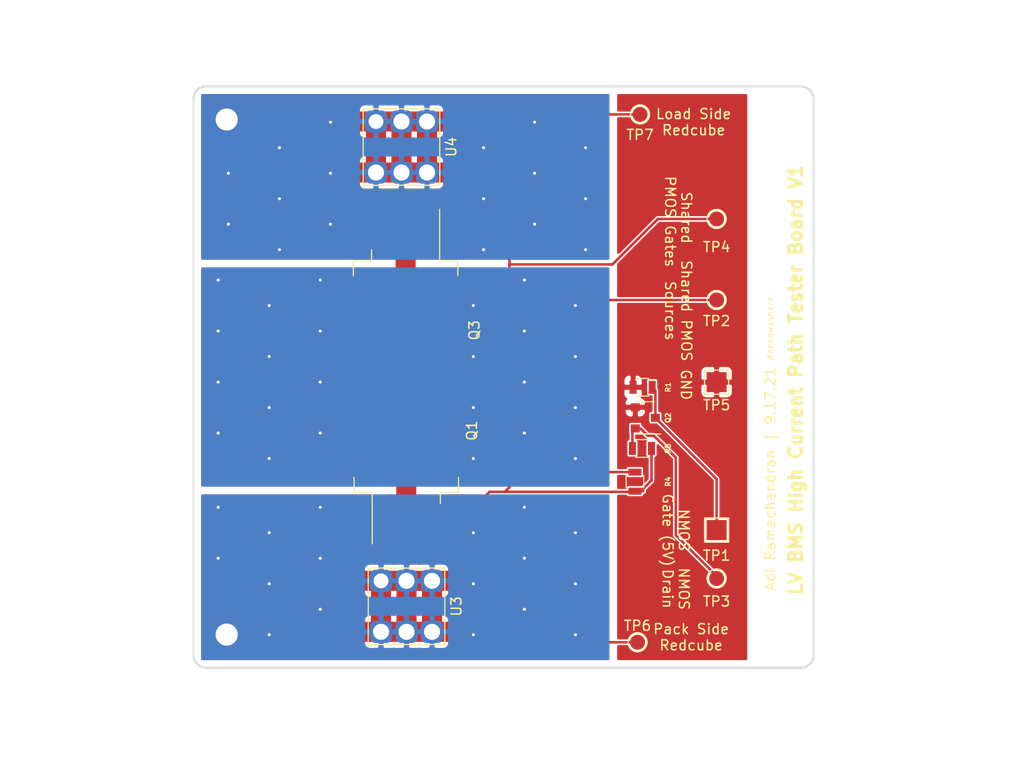
<source format=kicad_pcb>
(kicad_pcb (version 20171130) (host pcbnew 5.1.9-73d0e3b20d~88~ubuntu20.04.1)

  (general
    (thickness 1.6)
    (drawings 29)
    (tracks 127)
    (zones 0)
    (modules 19)
    (nets 8)
  )

  (page A4)
  (layers
    (0 F.Cu power)
    (1 In1.Cu power)
    (2 In2.Cu power)
    (31 B.Cu power)
    (32 B.Adhes user)
    (33 F.Adhes user)
    (34 B.Paste user)
    (35 F.Paste user)
    (36 B.SilkS user)
    (37 F.SilkS user)
    (38 B.Mask user)
    (39 F.Mask user)
    (40 Dwgs.User user)
    (41 Cmts.User user hide)
    (42 Eco1.User user)
    (43 Eco2.User user hide)
    (44 Edge.Cuts user)
    (45 Margin user)
    (46 B.CrtYd user)
    (47 F.CrtYd user)
    (48 B.Fab user)
    (49 F.Fab user hide)
  )

  (setup
    (last_trace_width 0.1524)
    (user_trace_width 0.254)
    (user_trace_width 0.381)
    (user_trace_width 2)
    (user_trace_width 40)
    (trace_clearance 0.1524)
    (zone_clearance 0.1524)
    (zone_45_only no)
    (trace_min 0.1524)
    (via_size 0.6096)
    (via_drill 0.3048)
    (via_min_size 0.6096)
    (via_min_drill 0.3048)
    (user_via 0.6096 0.3048)
    (uvia_size 0.3)
    (uvia_drill 0.1)
    (uvias_allowed no)
    (uvia_min_size 0.2)
    (uvia_min_drill 0.1)
    (edge_width 0.2)
    (segment_width 0.2)
    (pcb_text_width 0.3)
    (pcb_text_size 1.5 1.5)
    (mod_edge_width 0.15)
    (mod_text_size 1 1)
    (mod_text_width 0.15)
    (pad_size 1.524 1.524)
    (pad_drill 0.762)
    (pad_to_mask_clearance 0.051)
    (solder_mask_min_width 0.25)
    (aux_axis_origin 0 0)
    (visible_elements FFFFFF7F)
    (pcbplotparams
      (layerselection 0x010fc_ffffffff)
      (usegerberextensions false)
      (usegerberattributes false)
      (usegerberadvancedattributes false)
      (creategerberjobfile false)
      (excludeedgelayer true)
      (linewidth 0.100000)
      (plotframeref false)
      (viasonmask false)
      (mode 1)
      (useauxorigin false)
      (hpglpennumber 1)
      (hpglpenspeed 20)
      (hpglpendiameter 15.000000)
      (psnegative false)
      (psa4output false)
      (plotreference true)
      (plotvalue true)
      (plotinvisibletext false)
      (padsonsilk false)
      (subtractmaskfromsilk false)
      (outputformat 1)
      (mirror false)
      (drillshape 0)
      (scaleselection 1)
      (outputdirectory "2_26_2019/"))
  )

  (net 0 "")
  (net 1 GND)
  (net 2 "Net-(Q1-Pad1)")
  (net 3 "Net-(Q1-Pad2)")
  (net 4 "Net-(Q1-Pad3)")
  (net 5 "Net-(Q3-Pad3)")
  (net 6 "Net-(Q2-Pad1)")
  (net 7 "Net-(Q2-Pad3)")

  (net_class Default "This is the default net class."
    (clearance 0.1524)
    (trace_width 0.1524)
    (via_dia 0.6096)
    (via_drill 0.3048)
    (uvia_dia 0.3)
    (uvia_drill 0.1)
    (add_net GND)
    (add_net "Net-(Q1-Pad1)")
    (add_net "Net-(Q1-Pad2)")
    (add_net "Net-(Q1-Pad3)")
    (add_net "Net-(Q2-Pad1)")
    (add_net "Net-(Q2-Pad3)")
    (add_net "Net-(Q3-Pad3)")
  )

  (module formula:MountingHole_2.2mm_M2 (layer F.Cu) (tedit 56D1B4CB) (tstamp 614D5B8C)
    (at 101.6 80.01)
    (descr "Mounting Hole 2.2mm, no annular, M2")
    (tags "mounting hole 2.2mm no annular m2")
    (attr virtual)
    (fp_text reference REF** (at 3.302 0 90) (layer Cmts.User)
      (effects (font (size 1 1) (thickness 0.15)))
    )
    (fp_text value MountingHole_2.2mm_M2 (at 0 3.2) (layer F.Fab)
      (effects (font (size 1 1) (thickness 0.15)))
    )
    (fp_circle (center 0 0) (end 2.45 0) (layer F.CrtYd) (width 0.05))
    (fp_circle (center 0 0) (end 2.2 0) (layer Cmts.User) (width 0.15))
    (fp_text user %R (at 0.3 0) (layer F.Fab)
      (effects (font (size 1 1) (thickness 0.15)))
    )
    (pad 1 np_thru_hole circle (at 0 0) (size 2.2 2.2) (drill 2.2) (layers *.Cu *.Mask))
  )

  (module formula:MountingHole_2.2mm_M2 (layer F.Cu) (tedit 56D1B4CB) (tstamp 614D5B8C)
    (at 101.6 131.318)
    (descr "Mounting Hole 2.2mm, no annular, M2")
    (tags "mounting hole 2.2mm no annular m2")
    (attr virtual)
    (fp_text reference REF** (at 0.508 -3.2 180) (layer Cmts.User)
      (effects (font (size 1 1) (thickness 0.15)))
    )
    (fp_text value MountingHole_2.2mm_M2 (at 0 3.2) (layer F.Fab)
      (effects (font (size 1 1) (thickness 0.15)))
    )
    (fp_circle (center 0 0) (end 2.45 0) (layer F.CrtYd) (width 0.05))
    (fp_circle (center 0 0) (end 2.2 0) (layer Cmts.User) (width 0.15))
    (fp_text user %R (at 0.3 0) (layer F.Fab)
      (effects (font (size 1 1) (thickness 0.15)))
    )
    (pad 1 np_thru_hole circle (at 0 0) (size 2.2 2.2) (drill 2.2) (layers *.Cu *.Mask))
  )

  (module formula:MountingHole_2.2mm_M2 (layer F.Cu) (tedit 56D1B4CB) (tstamp 614D5BE7)
    (at 156.718 131.318)
    (descr "Mounting Hole 2.2mm, no annular, M2")
    (tags "mounting hole 2.2mm no annular m2")
    (attr virtual)
    (fp_text reference REF** (at -2.794 -0.254 90) (layer Cmts.User)
      (effects (font (size 1 1) (thickness 0.15)))
    )
    (fp_text value MountingHole_2.2mm_M2 (at 0 3.2) (layer F.Fab)
      (effects (font (size 1 1) (thickness 0.15)))
    )
    (fp_circle (center 0 0) (end 2.45 0) (layer F.CrtYd) (width 0.05))
    (fp_circle (center 0 0) (end 2.2 0) (layer Cmts.User) (width 0.15))
    (fp_text user %R (at 0.3 0) (layer F.Fab)
      (effects (font (size 1 1) (thickness 0.15)))
    )
    (pad 1 np_thru_hole circle (at 0 0) (size 2.2 2.2) (drill 2.2) (layers *.Cu *.Mask))
  )

  (module formula:MountingHole_2.2mm_M2 (layer F.Cu) (tedit 56D1B4CB) (tstamp 614D5B88)
    (at 156.718 80.01)
    (descr "Mounting Hole 2.2mm, no annular, M2")
    (tags "mounting hole 2.2mm no annular m2")
    (attr virtual)
    (fp_text reference REF** (at -1.27 3.302) (layer Cmts.User)
      (effects (font (size 1 1) (thickness 0.15)))
    )
    (fp_text value MountingHole_2.2mm_M2 (at 0 3.2) (layer F.Fab)
      (effects (font (size 1 1) (thickness 0.15)))
    )
    (fp_text user %R (at 0.3 0) (layer F.Fab)
      (effects (font (size 1 1) (thickness 0.15)))
    )
    (fp_circle (center 0 0) (end 2.45 0) (layer F.CrtYd) (width 0.05))
    (fp_circle (center 0 0) (end 2.2 0) (layer Cmts.User) (width 0.15))
    (pad 1 np_thru_hole circle (at 0 0) (size 2.2 2.2) (drill 2.2) (layers *.Cu *.Mask))
  )

  (module TestPoint:TestPoint_Pad_2.0x2.0mm (layer F.Cu) (tedit 5A0F774F) (tstamp 6144B0C7)
    (at 150.368 106.172)
    (descr "SMD rectangular pad as test Point, square 2.0mm side length")
    (tags "test point SMD pad rectangle square")
    (path /6144F96F)
    (attr virtual)
    (fp_text reference TP5 (at 0 2.286) (layer F.SilkS)
      (effects (font (size 1 1) (thickness 0.15)))
    )
    (fp_text value Test_Point_SMD (at 2.54 -1.016 90) (layer F.Fab)
      (effects (font (size 1 1) (thickness 0.15)))
    )
    (fp_line (start -1.2 -1.2) (end 1.2 -1.2) (layer F.SilkS) (width 0.12))
    (fp_line (start 1.2 -1.2) (end 1.2 1.2) (layer F.SilkS) (width 0.12))
    (fp_line (start 1.2 1.2) (end -1.2 1.2) (layer F.SilkS) (width 0.12))
    (fp_line (start -1.2 1.2) (end -1.2 -1.2) (layer F.SilkS) (width 0.12))
    (fp_line (start -1.5 -1.5) (end 1.5 -1.5) (layer F.CrtYd) (width 0.05))
    (fp_line (start -1.5 -1.5) (end -1.5 1.5) (layer F.CrtYd) (width 0.05))
    (fp_line (start 1.5 1.5) (end 1.5 -1.5) (layer F.CrtYd) (width 0.05))
    (fp_line (start 1.5 1.5) (end -1.5 1.5) (layer F.CrtYd) (width 0.05))
    (fp_text user %R (at 0 2.286) (layer F.Fab)
      (effects (font (size 1 1) (thickness 0.15)))
    )
    (pad 1 smd rect (at 0 0) (size 2 2) (layers F.Cu F.Mask)
      (net 1 GND))
  )

  (module TestPoint:TestPoint_Pad_2.0x2.0mm (layer F.Cu) (tedit 5A0F774F) (tstamp 614303F2)
    (at 150.368 120.904)
    (descr "SMD rectangular pad as test Point, square 2.0mm side length")
    (tags "test point SMD pad rectangle square")
    (path /6141BE4B)
    (attr virtual)
    (fp_text reference TP1 (at 0 2.54) (layer F.SilkS)
      (effects (font (size 1 1) (thickness 0.15)))
    )
    (fp_text value Test_Point_SMD (at 2.54 -5.334 90) (layer F.Fab)
      (effects (font (size 1 1) (thickness 0.15)))
    )
    (fp_line (start 1.5 1.5) (end -1.5 1.5) (layer F.CrtYd) (width 0.05))
    (fp_line (start 1.5 1.5) (end 1.5 -1.5) (layer F.CrtYd) (width 0.05))
    (fp_line (start -1.5 -1.5) (end -1.5 1.5) (layer F.CrtYd) (width 0.05))
    (fp_line (start -1.5 -1.5) (end 1.5 -1.5) (layer F.CrtYd) (width 0.05))
    (fp_line (start -1.2 1.2) (end -1.2 -1.2) (layer F.SilkS) (width 0.12))
    (fp_line (start 1.2 1.2) (end -1.2 1.2) (layer F.SilkS) (width 0.12))
    (fp_line (start 1.2 -1.2) (end 1.2 1.2) (layer F.SilkS) (width 0.12))
    (fp_line (start -1.2 -1.2) (end 1.2 -1.2) (layer F.SilkS) (width 0.12))
    (fp_text user %R (at 0 2.54) (layer F.Fab)
      (effects (font (size 1 1) (thickness 0.15)))
    )
    (pad 1 smd rect (at 0 0) (size 2 2) (layers F.Cu F.Mask)
      (net 6 "Net-(Q2-Pad1)"))
  )

  (module TestPoint:TestPoint_Pad_D1.5mm (layer F.Cu) (tedit 5A0F774F) (tstamp 614A5DEB)
    (at 142.748 79.502)
    (descr "SMD pad as test Point, diameter 1.5mm")
    (tags "test point SMD pad")
    (path /614A9C4C)
    (attr virtual)
    (fp_text reference TP7 (at 0 2.032) (layer F.SilkS)
      (effects (font (size 1 1) (thickness 0.15)))
    )
    (fp_text value Test_Point_SMD (at 3.81 -1.778) (layer F.Fab)
      (effects (font (size 1 1) (thickness 0.15)))
    )
    (fp_circle (center 0 0) (end 1.25 0) (layer F.CrtYd) (width 0.05))
    (fp_circle (center 0 0) (end 0 0.95) (layer F.SilkS) (width 0.12))
    (fp_text user %R (at 0 2.032) (layer F.Fab)
      (effects (font (size 1 1) (thickness 0.15)))
    )
    (pad 1 smd circle (at 0 0) (size 1.5 1.5) (layers F.Cu F.Mask)
      (net 5 "Net-(Q3-Pad3)"))
  )

  (module TestPoint:TestPoint_Pad_D1.5mm (layer F.Cu) (tedit 5A0F774F) (tstamp 614A5E2D)
    (at 142.494 132.08)
    (descr "SMD pad as test Point, diameter 1.5mm")
    (tags "test point SMD pad")
    (path /614A84EE)
    (attr virtual)
    (fp_text reference TP6 (at 0 -1.648) (layer F.SilkS)
      (effects (font (size 1 1) (thickness 0.15)))
    )
    (fp_text value Test_Point_SMD (at 0 1.75) (layer F.Fab)
      (effects (font (size 1 1) (thickness 0.15)))
    )
    (fp_circle (center 0 0) (end 1.25 0) (layer F.CrtYd) (width 0.05))
    (fp_circle (center 0 0) (end 0 0.95) (layer F.SilkS) (width 0.12))
    (fp_text user %R (at 0 -1.65) (layer F.Fab)
      (effects (font (size 1 1) (thickness 0.15)))
    )
    (pad 1 smd circle (at 0 0) (size 1.5 1.5) (layers F.Cu F.Mask)
      (net 4 "Net-(Q1-Pad3)"))
  )

  (module formula:R_0805_OEM (layer F.Cu) (tedit 5C3D844D) (tstamp 614D615B)
    (at 143.002 106.68 180)
    (descr "Resistor SMD 0805, reflow soldering, Vishay (see dcrcw.pdf)")
    (tags "resistor 0805")
    (path /614A6065)
    (attr smd)
    (fp_text reference R1 (at -2.54 0 270) (layer F.SilkS)
      (effects (font (size 0.5 0.5) (thickness 0.11)))
    )
    (fp_text value R_10K (at 0 1.75) (layer F.Fab) hide
      (effects (font (size 1 1) (thickness 0.15)))
    )
    (fp_line (start 1.55 0.9) (end -1.55 0.9) (layer F.CrtYd) (width 0.05))
    (fp_line (start 1.55 0.9) (end 1.55 -0.9) (layer F.CrtYd) (width 0.05))
    (fp_line (start -1.55 -0.9) (end -1.55 0.9) (layer F.CrtYd) (width 0.05))
    (fp_line (start -1.55 -0.9) (end 1.55 -0.9) (layer F.CrtYd) (width 0.05))
    (fp_line (start -0.6 -0.88) (end 0.6 -0.88) (layer F.SilkS) (width 0.12))
    (fp_line (start 0.6 0.88) (end -0.6 0.88) (layer F.SilkS) (width 0.12))
    (fp_line (start -1 -0.62) (end 1 -0.62) (layer F.Fab) (width 0.1))
    (fp_line (start 1 -0.62) (end 1 0.62) (layer F.Fab) (width 0.1))
    (fp_line (start 1 0.62) (end -1 0.62) (layer F.Fab) (width 0.1))
    (fp_line (start -1 0.62) (end -1 -0.62) (layer F.Fab) (width 0.1))
    (pad 1 smd rect (at -0.95 0 180) (size 0.7 1.3) (layers F.Cu F.Paste F.Mask)
      (net 6 "Net-(Q2-Pad1)"))
    (pad 2 smd rect (at 0.95 0 180) (size 0.7 1.3) (layers F.Cu F.Paste F.Mask)
      (net 1 GND))
    (model ${LOCAL_DIR}/OEM_Preferred_Parts/3DModels/R_0805_OEM/res0805.step
      (at (xyz 0 0 0))
      (scale (xyz 1 1 1))
      (rotate (xyz 0 0 0))
    )
    (model ${LOCAL_DIR}/OEM_Preferred_Parts/3DModels/R_0805_OEM/res0805.step
      (at (xyz 0 0 0))
      (scale (xyz 1 1 1))
      (rotate (xyz 0 0 0))
    )
  )

  (module TestPoint:TestPoint_Pad_D1.5mm (layer F.Cu) (tedit 5A0F774F) (tstamp 614A73FA)
    (at 150.368 89.916 270)
    (descr "SMD pad as test Point, diameter 1.5mm")
    (tags "test point SMD pad")
    (path /6141C698)
    (attr virtual)
    (fp_text reference TP4 (at 2.798 -0.006) (layer F.SilkS)
      (effects (font (size 1 1) (thickness 0.15)))
    )
    (fp_text value Test_Point_SMD (at -6.604 -2.54 90) (layer F.Fab)
      (effects (font (size 1 1) (thickness 0.15)))
    )
    (fp_circle (center 0 0) (end 0 0.95) (layer F.SilkS) (width 0.12))
    (fp_circle (center 0 0) (end 1.25 0) (layer F.CrtYd) (width 0.05))
    (fp_text user %R (at 2.794 0 180) (layer F.Fab)
      (effects (font (size 1 1) (thickness 0.15)))
    )
    (pad 1 smd circle (at 0 0 270) (size 1.5 1.5) (layers F.Cu F.Mask)
      (net 2 "Net-(Q1-Pad1)"))
  )

  (module TestPoint:TestPoint_Pad_D1.5mm (layer F.Cu) (tedit 5A0F774F) (tstamp 614A74EB)
    (at 150.368 125.73 270)
    (descr "SMD pad as test Point, diameter 1.5mm")
    (tags "test point SMD pad")
    (path /61422B3F)
    (attr virtual)
    (fp_text reference TP3 (at 2.286 0 180) (layer F.SilkS)
      (effects (font (size 1 1) (thickness 0.15)))
    )
    (fp_text value Test_Point_SMD (at 0.508 -2.54 90) (layer F.Fab)
      (effects (font (size 1 1) (thickness 0.15)))
    )
    (fp_circle (center 0 0) (end 0 0.95) (layer F.SilkS) (width 0.12))
    (fp_circle (center 0 0) (end 1.25 0) (layer F.CrtYd) (width 0.05))
    (fp_text user %R (at 2.286 0) (layer F.Fab)
      (effects (font (size 1 1) (thickness 0.15)))
    )
    (pad 1 smd circle (at 0 0 270) (size 1.5 1.5) (layers F.Cu F.Mask)
      (net 7 "Net-(Q2-Pad3)"))
  )

  (module TestPoint:TestPoint_Pad_D1.5mm (layer F.Cu) (tedit 5A0F774F) (tstamp 6142F954)
    (at 150.368 97.986 270)
    (descr "SMD pad as test Point, diameter 1.5mm")
    (tags "test point SMD pad")
    (path /6141DD75)
    (attr virtual)
    (fp_text reference TP2 (at 2.09 0 180) (layer F.SilkS)
      (effects (font (size 1 1) (thickness 0.15)))
    )
    (fp_text value Test_Point_SMD (at -4.26 -2.54 90) (layer F.Fab)
      (effects (font (size 1 1) (thickness 0.15)))
    )
    (fp_circle (center 0 0) (end 0 0.95) (layer F.SilkS) (width 0.12))
    (fp_circle (center 0 0) (end 1.25 0) (layer F.CrtYd) (width 0.05))
    (fp_text user %R (at 2.09 0 180) (layer F.Fab)
      (effects (font (size 1 1) (thickness 0.15)))
    )
    (pad 1 smd circle (at 0 0 270) (size 1.5 1.5) (layers F.Cu F.Mask)
      (net 3 "Net-(Q1-Pad2)"))
  )

  (module formula:R_0805_OEM (layer F.Cu) (tedit 5C3D844D) (tstamp 6142FC6F)
    (at 142.936 112.776 180)
    (descr "Resistor SMD 0805, reflow soldering, Vishay (see dcrcw.pdf)")
    (tags "resistor 0805")
    (path /614118F3)
    (attr smd)
    (fp_text reference R5 (at -2.606 0 90) (layer F.SilkS)
      (effects (font (size 0.5 0.5) (thickness 0.125)))
    )
    (fp_text value R_10 (at 0 1.75) (layer F.Fab) hide
      (effects (font (size 1 1) (thickness 0.15)))
    )
    (fp_line (start -1 0.62) (end -1 -0.62) (layer F.Fab) (width 0.1))
    (fp_line (start 1 0.62) (end -1 0.62) (layer F.Fab) (width 0.1))
    (fp_line (start 1 -0.62) (end 1 0.62) (layer F.Fab) (width 0.1))
    (fp_line (start -1 -0.62) (end 1 -0.62) (layer F.Fab) (width 0.1))
    (fp_line (start 0.6 0.88) (end -0.6 0.88) (layer F.SilkS) (width 0.12))
    (fp_line (start -0.6 -0.88) (end 0.6 -0.88) (layer F.SilkS) (width 0.12))
    (fp_line (start -1.55 -0.9) (end 1.55 -0.9) (layer F.CrtYd) (width 0.05))
    (fp_line (start -1.55 -0.9) (end -1.55 0.9) (layer F.CrtYd) (width 0.05))
    (fp_line (start 1.55 0.9) (end 1.55 -0.9) (layer F.CrtYd) (width 0.05))
    (fp_line (start 1.55 0.9) (end -1.55 0.9) (layer F.CrtYd) (width 0.05))
    (pad 2 smd rect (at 0.95 0 180) (size 0.7 1.3) (layers F.Cu F.Paste F.Mask)
      (net 7 "Net-(Q2-Pad3)"))
    (pad 1 smd rect (at -0.95 0 180) (size 0.7 1.3) (layers F.Cu F.Paste F.Mask)
      (net 2 "Net-(Q1-Pad1)"))
    (model ${LOCAL_DIR}/OEM_Preferred_Parts/3DModels/R_0805_OEM/res0805.step
      (at (xyz 0 0 0))
      (scale (xyz 1 1 1))
      (rotate (xyz 0 0 0))
    )
    (model ${LOCAL_DIR}/OEM_Preferred_Parts/3DModels/R_0805_OEM/res0805.step
      (at (xyz 0 0 0))
      (scale (xyz 1 1 1))
      (rotate (xyz 0 0 0))
    )
  )

  (module formula:R_0805_OEM (layer F.Cu) (tedit 5C3D844D) (tstamp 6142FC5F)
    (at 142.24 116.078 270)
    (descr "Resistor SMD 0805, reflow soldering, Vishay (see dcrcw.pdf)")
    (tags "resistor 0805")
    (path /6140D893)
    (attr smd)
    (fp_text reference R4 (at 0 -3.302 90) (layer F.SilkS)
      (effects (font (size 0.5 0.5) (thickness 0.125)))
    )
    (fp_text value R_10K (at 0 1.75 90) (layer F.Fab) hide
      (effects (font (size 1 1) (thickness 0.15)))
    )
    (fp_line (start -1 0.62) (end -1 -0.62) (layer F.Fab) (width 0.1))
    (fp_line (start 1 0.62) (end -1 0.62) (layer F.Fab) (width 0.1))
    (fp_line (start 1 -0.62) (end 1 0.62) (layer F.Fab) (width 0.1))
    (fp_line (start -1 -0.62) (end 1 -0.62) (layer F.Fab) (width 0.1))
    (fp_line (start 0.6 0.88) (end -0.6 0.88) (layer F.SilkS) (width 0.12))
    (fp_line (start -0.6 -0.88) (end 0.6 -0.88) (layer F.SilkS) (width 0.12))
    (fp_line (start -1.55 -0.9) (end 1.55 -0.9) (layer F.CrtYd) (width 0.05))
    (fp_line (start -1.55 -0.9) (end -1.55 0.9) (layer F.CrtYd) (width 0.05))
    (fp_line (start 1.55 0.9) (end 1.55 -0.9) (layer F.CrtYd) (width 0.05))
    (fp_line (start 1.55 0.9) (end -1.55 0.9) (layer F.CrtYd) (width 0.05))
    (pad 2 smd rect (at 0.95 0 270) (size 0.7 1.3) (layers F.Cu F.Paste F.Mask)
      (net 2 "Net-(Q1-Pad1)"))
    (pad 1 smd rect (at -0.95 0 270) (size 0.7 1.3) (layers F.Cu F.Paste F.Mask)
      (net 3 "Net-(Q1-Pad2)"))
    (model ${LOCAL_DIR}/OEM_Preferred_Parts/3DModels/R_0805_OEM/res0805.step
      (at (xyz 0 0 0))
      (scale (xyz 1 1 1))
      (rotate (xyz 0 0 0))
    )
    (model ${LOCAL_DIR}/OEM_Preferred_Parts/3DModels/R_0805_OEM/res0805.step
      (at (xyz 0 0 0))
      (scale (xyz 1 1 1))
      (rotate (xyz 0 0 0))
    )
  )

  (module formula:SOT-23-3_OEM (layer F.Cu) (tedit 5C16AB2D) (tstamp 614D6226)
    (at 144.272 109.728 180)
    (descr "5-pin SOT23 package")
    (tags SOT-23-5)
    (path /6141242D)
    (attr smd)
    (fp_text reference Q2 (at -1.27 0 270) (layer F.SilkS)
      (effects (font (size 0.5 0.5) (thickness 0.125)))
    )
    (fp_text value MMBF170 (at 0 2.9) (layer F.Fab) hide
      (effects (font (size 1 1) (thickness 0.15)))
    )
    (fp_line (start 1.916 -1.55) (end 1.916 1.55) (layer F.Fab) (width 0.1))
    (fp_line (start 1.916 1.55) (end 0.116 1.55) (layer F.Fab) (width 0.1))
    (fp_line (start 0.116 -0.9) (end 0.116 1.55) (layer F.Fab) (width 0.1))
    (fp_line (start 1.916 -1.55) (end 0.766 -1.55) (layer F.Fab) (width 0.1))
    (fp_line (start 0.116 -0.9) (end 0.766 -1.55) (layer F.Fab) (width 0.1))
    (fp_line (start -0.884 1.8) (end -0.884 -1.8) (layer F.CrtYd) (width 0.05))
    (fp_line (start 2.916 1.8) (end -0.884 1.8) (layer F.CrtYd) (width 0.05))
    (fp_line (start 2.916 -1.8) (end 2.916 1.8) (layer F.CrtYd) (width 0.05))
    (fp_line (start -0.884 -1.8) (end 2.916 -1.8) (layer F.CrtYd) (width 0.05))
    (fp_line (start 1.916 -1.61) (end -0.534 -1.61) (layer F.SilkS) (width 0.12))
    (fp_line (start 0.116 1.61) (end 1.916 1.61) (layer F.SilkS) (width 0.12))
    (pad 1 smd rect (at 0 0 180) (size 0.9 0.8) (layers F.Cu F.Paste F.Mask)
      (net 6 "Net-(Q2-Pad1)"))
    (pad 2 smd rect (at 2 1.05 180) (size 0.9 0.8) (layers F.Cu F.Paste F.Mask)
      (net 1 GND))
    (pad 3 smd rect (at 2 -1.05 180) (size 0.9 0.8) (layers F.Cu F.Paste F.Mask)
      (net 7 "Net-(Q2-Pad3)"))
    (model ${LOCAL_DIR}/OEM_Preferred_Parts/3DModels/SOT-23_OEM/SOT-23.step
      (offset (xyz 1.015999984741211 0 0))
      (scale (xyz 1 1 1))
      (rotate (xyz 0 0 180))
    )
  )

  (module formula:redcube_pressfit_6pin (layer F.Cu) (tedit 613EE5EC) (tstamp 614296FE)
    (at 119 82.75)
    (path /61406058)
    (fp_text reference U4 (at 4.952 0 90) (layer F.SilkS)
      (effects (font (size 1 1) (thickness 0.15)))
    )
    (fp_text value redcube-7461057 (at -10.796 0 180) (layer F.Fab)
      (effects (font (size 1 1) (thickness 0.15)))
    )
    (fp_line (start -3.81 -3.81) (end 3.81 -3.81) (layer F.SilkS) (width 0.12))
    (fp_line (start 3.81 -3.81) (end 3.81 3.81) (layer F.SilkS) (width 0.12))
    (fp_line (start 3.81 3.81) (end -3.81 3.81) (layer F.SilkS) (width 0.12))
    (fp_line (start -3.81 3.81) (end -3.81 -3.81) (layer F.SilkS) (width 0.12))
    (pad 1 thru_hole roundrect (at -2.54 2.54) (size 2.2 2.2) (drill 1.6) (layers *.Cu *.Mask) (roundrect_rratio 0.25)
      (net 5 "Net-(Q3-Pad3)"))
    (pad 1 thru_hole roundrect (at 0 2.54) (size 2.2 2.2) (drill 1.6) (layers *.Cu *.Mask) (roundrect_rratio 0.25)
      (net 5 "Net-(Q3-Pad3)"))
    (pad 1 thru_hole roundrect (at 2.54 2.54) (size 2.2 2.2) (drill 1.6) (layers *.Cu *.Mask) (roundrect_rratio 0.25)
      (net 5 "Net-(Q3-Pad3)"))
    (pad 1 thru_hole roundrect (at 2.54 -2.54) (size 2.2 2.2) (drill 1.6) (layers *.Cu *.Mask) (roundrect_rratio 0.25)
      (net 5 "Net-(Q3-Pad3)"))
    (pad 1 thru_hole roundrect (at 0 -2.54) (size 2.2 2.2) (drill 1.6) (layers *.Cu *.Mask) (roundrect_rratio 0.25)
      (net 5 "Net-(Q3-Pad3)"))
    (pad 1 thru_hole roundrect (at -2.54 -2.54) (size 2.2 2.2) (drill 1.475) (layers *.Cu *.Mask) (roundrect_rratio 0.25)
      (net 5 "Net-(Q3-Pad3)"))
  )

  (module formula:redcube_pressfit_6pin (layer F.Cu) (tedit 613EE5EC) (tstamp 614296F0)
    (at 119.5 128.5)
    (path /61404306)
    (fp_text reference U3 (at 4.96 0 90) (layer F.SilkS)
      (effects (font (size 1 1) (thickness 0.15)))
    )
    (fp_text value redcube-7461057 (at -10.788 0.024) (layer F.Fab)
      (effects (font (size 1 1) (thickness 0.15)))
    )
    (fp_line (start -3.81 -3.81) (end 3.81 -3.81) (layer F.SilkS) (width 0.12))
    (fp_line (start 3.81 -3.81) (end 3.81 3.81) (layer F.SilkS) (width 0.12))
    (fp_line (start 3.81 3.81) (end -3.81 3.81) (layer F.SilkS) (width 0.12))
    (fp_line (start -3.81 3.81) (end -3.81 -3.81) (layer F.SilkS) (width 0.12))
    (pad 1 thru_hole roundrect (at -2.54 2.54) (size 2.2 2.2) (drill 1.6) (layers *.Cu *.Mask) (roundrect_rratio 0.25)
      (net 4 "Net-(Q1-Pad3)"))
    (pad 1 thru_hole roundrect (at 0 2.54) (size 2.2 2.2) (drill 1.6) (layers *.Cu *.Mask) (roundrect_rratio 0.25)
      (net 4 "Net-(Q1-Pad3)"))
    (pad 1 thru_hole roundrect (at 2.54 2.54) (size 2.2 2.2) (drill 1.6) (layers *.Cu *.Mask) (roundrect_rratio 0.25)
      (net 4 "Net-(Q1-Pad3)"))
    (pad 1 thru_hole roundrect (at 2.54 -2.54) (size 2.2 2.2) (drill 1.6) (layers *.Cu *.Mask) (roundrect_rratio 0.25)
      (net 4 "Net-(Q1-Pad3)"))
    (pad 1 thru_hole roundrect (at 0 -2.54) (size 2.2 2.2) (drill 1.6) (layers *.Cu *.Mask) (roundrect_rratio 0.25)
      (net 4 "Net-(Q1-Pad3)"))
    (pad 1 thru_hole roundrect (at -2.54 -2.54) (size 2.2 2.2) (drill 1.475) (layers *.Cu *.Mask) (roundrect_rratio 0.25)
      (net 4 "Net-(Q1-Pad3)"))
  )

  (module formula:TO-263-3-TabPin2 (layer F.Cu) (tedit 613EC7CC) (tstamp 6143010B)
    (at 121.25 98.865 270)
    (path /6140094F)
    (fp_text reference Q3 (at 2.135 -5 90) (layer F.SilkS)
      (effects (font (size 1 1) (thickness 0.15)))
    )
    (fp_text value SQM110P06 (at 1.635 8.25 90) (layer F.Fab)
      (effects (font (size 1 1) (thickness 0.15)))
    )
    (fp_line (start -3.29 -3.36) (end -4.79 -3.36) (layer F.SilkS) (width 0.12))
    (fp_line (start -9.29 3.88) (end -9.29 4.88) (layer F.Fab) (width 0.1))
    (fp_line (start -9.29 2.34) (end -4.59 2.34) (layer F.Fab) (width 0.1))
    (fp_line (start -9.29 1.34) (end -9.29 2.34) (layer F.Fab) (width 0.1))
    (fp_line (start -4.59 1.34) (end -9.29 1.34) (layer F.Fab) (width 0.1))
    (fp_line (start -9.29 4.88) (end -4.59 4.88) (layer F.Fab) (width 0.1))
    (fp_line (start -9.29 -0.2) (end -4.59 -0.2) (layer F.Fab) (width 0.1))
    (fp_line (start -4.79 7.04) (end -4.79 5.23) (layer F.SilkS) (width 0.12))
    (fp_line (start -4.79 -1.55) (end -9.915 -1.55) (layer F.SilkS) (width 0.12))
    (fp_line (start 5.66 -3.16) (end 5.66 6.84) (layer F.Fab) (width 0.1))
    (fp_line (start 4.66 -3.16) (end 5.66 -3.16) (layer F.Fab) (width 0.1))
    (fp_line (start -3.29 7.04) (end -4.79 7.04) (layer F.SilkS) (width 0.12))
    (fp_line (start -9.29 -1.2) (end -9.29 -0.2) (layer F.Fab) (width 0.1))
    (fp_line (start -4.59 -1.2) (end -9.29 -1.2) (layer F.Fab) (width 0.1))
    (fp_line (start -4.59 3.88) (end -9.29 3.88) (layer F.Fab) (width 0.1))
    (fp_line (start -3.59 -3.16) (end 4.66 -3.16) (layer F.Fab) (width 0.1))
    (fp_line (start -4.59 -2.16) (end -3.59 -3.16) (layer F.Fab) (width 0.1))
    (fp_line (start -4.59 6.84) (end -4.59 -2.16) (layer F.Fab) (width 0.1))
    (fp_line (start 4.66 6.84) (end -4.59 6.84) (layer F.Fab) (width 0.1))
    (fp_line (start 4.66 -3.16) (end 4.66 6.84) (layer F.Fab) (width 0.1))
    (fp_line (start 5.66 6.84) (end 4.66 6.84) (layer F.Fab) (width 0.1))
    (fp_line (start -4.79 -3.36) (end -4.79 -1.55) (layer F.SilkS) (width 0.12))
    (fp_line (start -10.16 7.49) (end 6.48 7.49) (layer F.CrtYd) (width 0.05))
    (fp_line (start 6.48 7.49) (end 6.48 -3.81) (layer F.CrtYd) (width 0.05))
    (fp_line (start 6.48 -3.81) (end -10.16 -3.81) (layer F.CrtYd) (width 0.05))
    (fp_line (start -4.79 5.23) (end -5.89 5.23) (layer F.SilkS) (width 0.12))
    (fp_line (start -10.16 -3.81) (end -10.16 7.49) (layer F.CrtYd) (width 0.05))
    (fp_text user %R (at -1.84 1.84 90) (layer F.Fab)
      (effects (font (size 1 1) (thickness 0.15)))
    )
    (pad "" smd rect (at -0.89 4.615 270) (size 4.55 5.25) (layers F.Paste))
    (pad 1 smd rect (at -7.615 -0.7 270) (size 4.6 1.1) (layers F.Cu F.Paste F.Mask)
      (net 2 "Net-(Q1-Pad1)"))
    (pad "" smd rect (at -0.89 -0.935 270) (size 4.55 5.25) (layers F.Paste))
    (pad "" smd rect (at 3.96 4.615 270) (size 4.55 5.25) (layers F.Paste))
    (pad 2 smd rect (at 1.535 1.84 270) (size 9.4 10.8) (layers F.Cu F.Mask)
      (net 3 "Net-(Q1-Pad2)"))
    (pad 3 smd rect (at -7.615 4.38 270) (size 4.6 1.1) (layers F.Cu F.Paste F.Mask)
      (net 5 "Net-(Q3-Pad3)"))
    (pad 2 smd rect (at -7.615 1.84 270) (size 4.6 1.1) (layers F.Cu F.Paste F.Mask)
      (net 3 "Net-(Q1-Pad2)"))
    (pad "" smd rect (at 3.96 -0.935 270) (size 4.55 5.25) (layers F.Paste))
  )

  (module formula:TO-263-3-TabPin2 (layer F.Cu) (tedit 613EC7CC) (tstamp 6144529A)
    (at 117.635 112.36 90)
    (path /613FE2BE)
    (fp_text reference Q1 (at 1.36 8.365 90) (layer F.SilkS)
      (effects (font (size 1 1) (thickness 0.15)))
    )
    (fp_text value SQM110P06 (at 1.61 -4.635 90) (layer F.Fab)
      (effects (font (size 1 1) (thickness 0.15)))
    )
    (fp_line (start -3.29 -3.36) (end -4.79 -3.36) (layer F.SilkS) (width 0.12))
    (fp_line (start -9.29 3.88) (end -9.29 4.88) (layer F.Fab) (width 0.1))
    (fp_line (start -9.29 2.34) (end -4.59 2.34) (layer F.Fab) (width 0.1))
    (fp_line (start -9.29 1.34) (end -9.29 2.34) (layer F.Fab) (width 0.1))
    (fp_line (start -4.59 1.34) (end -9.29 1.34) (layer F.Fab) (width 0.1))
    (fp_line (start -9.29 4.88) (end -4.59 4.88) (layer F.Fab) (width 0.1))
    (fp_line (start -9.29 -0.2) (end -4.59 -0.2) (layer F.Fab) (width 0.1))
    (fp_line (start -4.79 7.04) (end -4.79 5.23) (layer F.SilkS) (width 0.12))
    (fp_line (start -4.79 -1.55) (end -9.915 -1.55) (layer F.SilkS) (width 0.12))
    (fp_line (start 5.66 -3.16) (end 5.66 6.84) (layer F.Fab) (width 0.1))
    (fp_line (start 4.66 -3.16) (end 5.66 -3.16) (layer F.Fab) (width 0.1))
    (fp_line (start -3.29 7.04) (end -4.79 7.04) (layer F.SilkS) (width 0.12))
    (fp_line (start -9.29 -1.2) (end -9.29 -0.2) (layer F.Fab) (width 0.1))
    (fp_line (start -4.59 -1.2) (end -9.29 -1.2) (layer F.Fab) (width 0.1))
    (fp_line (start -4.59 3.88) (end -9.29 3.88) (layer F.Fab) (width 0.1))
    (fp_line (start -3.59 -3.16) (end 4.66 -3.16) (layer F.Fab) (width 0.1))
    (fp_line (start -4.59 -2.16) (end -3.59 -3.16) (layer F.Fab) (width 0.1))
    (fp_line (start -4.59 6.84) (end -4.59 -2.16) (layer F.Fab) (width 0.1))
    (fp_line (start 4.66 6.84) (end -4.59 6.84) (layer F.Fab) (width 0.1))
    (fp_line (start 4.66 -3.16) (end 4.66 6.84) (layer F.Fab) (width 0.1))
    (fp_line (start 5.66 6.84) (end 4.66 6.84) (layer F.Fab) (width 0.1))
    (fp_line (start -4.79 -3.36) (end -4.79 -1.55) (layer F.SilkS) (width 0.12))
    (fp_line (start -10.16 7.49) (end 6.48 7.49) (layer F.CrtYd) (width 0.05))
    (fp_line (start 6.48 7.49) (end 6.48 -3.81) (layer F.CrtYd) (width 0.05))
    (fp_line (start 6.48 -3.81) (end -10.16 -3.81) (layer F.CrtYd) (width 0.05))
    (fp_line (start -4.79 5.23) (end -5.89 5.23) (layer F.SilkS) (width 0.12))
    (fp_line (start -10.16 -3.81) (end -10.16 7.49) (layer F.CrtYd) (width 0.05))
    (fp_text user %R (at -1.84 1.84 90) (layer F.Fab)
      (effects (font (size 1 1) (thickness 0.15)))
    )
    (pad "" smd rect (at -0.89 4.615 90) (size 4.55 5.25) (layers F.Paste))
    (pad 1 smd rect (at -7.615 -0.7 90) (size 4.6 1.1) (layers F.Cu F.Paste F.Mask)
      (net 2 "Net-(Q1-Pad1)"))
    (pad "" smd rect (at -0.89 -0.935 90) (size 4.55 5.25) (layers F.Paste))
    (pad "" smd rect (at 3.96 4.615 90) (size 4.55 5.25) (layers F.Paste))
    (pad 2 smd rect (at 1.535 1.84 90) (size 9.4 10.8) (layers F.Cu F.Mask)
      (net 3 "Net-(Q1-Pad2)"))
    (pad 3 smd rect (at -7.615 4.38 90) (size 4.6 1.1) (layers F.Cu F.Paste F.Mask)
      (net 4 "Net-(Q1-Pad3)"))
    (pad 2 smd rect (at -7.615 1.84 90) (size 4.6 1.1) (layers F.Cu F.Paste F.Mask)
      (net 3 "Net-(Q1-Pad2)"))
    (pad "" smd rect (at 3.96 -0.935 90) (size 4.55 5.25) (layers F.Paste))
  )

  (gr_line (start 98.298 133.35) (end 98.298 77.978) (layer Edge.Cuts) (width 0.2) (tstamp 614D62D2))
  (gr_line (start 158.75 134.62) (end 99.568 134.62) (layer Edge.Cuts) (width 0.2) (tstamp 614D62D1))
  (gr_line (start 160.02 77.978) (end 160.02 133.35) (layer Edge.Cuts) (width 0.2) (tstamp 614D62D0))
  (gr_line (start 99.568 76.708) (end 158.75 76.708) (layer Edge.Cuts) (width 0.2) (tstamp 614D62CF))
  (gr_arc (start 158.75 77.978) (end 160.02 77.978) (angle -90) (layer Edge.Cuts) (width 0.2))
  (gr_arc (start 99.568 77.978) (end 99.568 76.708) (angle -90) (layer Edge.Cuts) (width 0.2))
  (gr_arc (start 99.568 133.35) (end 98.298 133.35) (angle -90) (layer Edge.Cuts) (width 0.2))
  (gr_arc (start 158.75 133.35) (end 158.75 134.62) (angle -90) (layer Edge.Cuts) (width 0.2))
  (dimension 3.302 (width 0.15) (layer Dwgs.User)
    (gr_text "3.302 mm" (at 158.369 145.572) (layer Dwgs.User)
      (effects (font (size 1 1) (thickness 0.15)))
    )
    (feature1 (pts (xy 160.02 131.318) (xy 160.02 144.858421)))
    (feature2 (pts (xy 156.718 131.318) (xy 156.718 144.858421)))
    (crossbar (pts (xy 156.718 144.272) (xy 160.02 144.272)))
    (arrow1a (pts (xy 160.02 144.272) (xy 158.893496 144.858421)))
    (arrow1b (pts (xy 160.02 144.272) (xy 158.893496 143.685579)))
    (arrow2a (pts (xy 156.718 144.272) (xy 157.844504 144.858421)))
    (arrow2b (pts (xy 156.718 144.272) (xy 157.844504 143.685579)))
  )
  (dimension 3.302 (width 0.15) (layer Dwgs.User)
    (gr_text "3.302 mm" (at 179.608 132.969 270) (layer Dwgs.User)
      (effects (font (size 1 1) (thickness 0.15)))
    )
    (feature1 (pts (xy 156.718 134.62) (xy 178.894421 134.62)))
    (feature2 (pts (xy 156.718 131.318) (xy 178.894421 131.318)))
    (crossbar (pts (xy 178.308 131.318) (xy 178.308 134.62)))
    (arrow1a (pts (xy 178.308 134.62) (xy 177.721579 133.493496)))
    (arrow1b (pts (xy 178.308 134.62) (xy 178.894421 133.493496)))
    (arrow2a (pts (xy 178.308 131.318) (xy 177.721579 132.444504)))
    (arrow2b (pts (xy 178.308 131.318) (xy 178.894421 132.444504)))
  )
  (dimension 3.302 (width 0.15) (layer Dwgs.User)
    (gr_text "3.302 mm" (at 165.638 78.359 90) (layer Dwgs.User)
      (effects (font (size 1 1) (thickness 0.15)))
    )
    (feature1 (pts (xy 156.718 76.708) (xy 164.924421 76.708)))
    (feature2 (pts (xy 156.718 80.01) (xy 164.924421 80.01)))
    (crossbar (pts (xy 164.338 80.01) (xy 164.338 76.708)))
    (arrow1a (pts (xy 164.338 76.708) (xy 164.924421 77.834504)))
    (arrow1b (pts (xy 164.338 76.708) (xy 163.751579 77.834504)))
    (arrow2a (pts (xy 164.338 80.01) (xy 164.924421 78.883496)))
    (arrow2b (pts (xy 164.338 80.01) (xy 163.751579 78.883496)))
  )
  (dimension 3.302 (width 0.15) (layer Dwgs.User)
    (gr_text "3.302 mm" (at 158.369 68.804) (layer Dwgs.User)
      (effects (font (size 1 1) (thickness 0.15)))
    )
    (feature1 (pts (xy 160.02 80.01) (xy 160.02 69.517579)))
    (feature2 (pts (xy 156.718 80.01) (xy 156.718 69.517579)))
    (crossbar (pts (xy 156.718 70.104) (xy 160.02 70.104)))
    (arrow1a (pts (xy 160.02 70.104) (xy 158.893496 70.690421)))
    (arrow1b (pts (xy 160.02 70.104) (xy 158.893496 69.517579)))
    (arrow2a (pts (xy 156.718 70.104) (xy 157.844504 70.690421)))
    (arrow2b (pts (xy 156.718 70.104) (xy 157.844504 69.517579)))
  )
  (dimension 6.604 (width 0.15) (layer Dwgs.User)
    (gr_text "6.604 mm" (at 156.718 138.968) (layer Dwgs.User)
      (effects (font (size 1 1) (thickness 0.15)))
    )
    (feature1 (pts (xy 160.02 133.858) (xy 160.02 138.254421)))
    (feature2 (pts (xy 153.416 133.858) (xy 153.416 138.254421)))
    (crossbar (pts (xy 153.416 137.668) (xy 160.02 137.668)))
    (arrow1a (pts (xy 160.02 137.668) (xy 158.893496 138.254421)))
    (arrow1b (pts (xy 160.02 137.668) (xy 158.893496 137.081579)))
    (arrow2a (pts (xy 153.416 137.668) (xy 154.542504 138.254421)))
    (arrow2b (pts (xy 153.416 137.668) (xy 154.542504 137.081579)))
  )
  (gr_text "Pack Side\nRedcube\n" (at 147.828 131.572) (layer F.SilkS) (tstamp 614A7F57)
    (effects (font (size 1 1) (thickness 0.15)))
  )
  (gr_text "Load Side\nRedcube\n" (at 148.082 80.264) (layer F.SilkS) (tstamp 614A7F50)
    (effects (font (size 1 1) (thickness 0.15)))
  )
  (dimension 61.722 (width 0.15) (layer Dwgs.User)
    (gr_text "61.722 mm" (at 129.159 71.090001) (layer Dwgs.User)
      (effects (font (size 1 1) (thickness 0.15)))
    )
    (feature1 (pts (xy 98.298 76.708) (xy 98.298 71.80358)))
    (feature2 (pts (xy 160.02 76.708) (xy 160.02 71.80358)))
    (crossbar (pts (xy 160.02 72.390001) (xy 98.298 72.390001)))
    (arrow1a (pts (xy 98.298 72.390001) (xy 99.424504 71.80358)))
    (arrow1b (pts (xy 98.298 72.390001) (xy 99.424504 72.976422)))
    (arrow2a (pts (xy 160.02 72.390001) (xy 158.893496 71.80358)))
    (arrow2b (pts (xy 160.02 72.390001) (xy 158.893496 72.976422)))
  )
  (dimension 57.912 (width 0.15) (layer Dwgs.User)
    (gr_text "57.912 mm" (at 170.972 105.664 270) (layer Dwgs.User)
      (effects (font (size 1 1) (thickness 0.15)))
    )
    (feature1 (pts (xy 160.02 134.62) (xy 170.258421 134.62)))
    (feature2 (pts (xy 160.02 76.708) (xy 170.258421 76.708)))
    (crossbar (pts (xy 169.672 76.708) (xy 169.672 134.62)))
    (arrow1a (pts (xy 169.672 134.62) (xy 169.085579 133.493496)))
    (arrow1b (pts (xy 169.672 134.62) (xy 170.258421 133.493496)))
    (arrow2a (pts (xy 169.672 76.708) (xy 169.085579 77.834504)))
    (arrow2b (pts (xy 169.672 76.708) (xy 170.258421 77.834504)))
  )
  (gr_text "Adi Ramachandran | 9.17.21" (at 155.702 115.824 90) (layer F.SilkS) (tstamp 614D5BCB)
    (effects (font (size 1 1) (thickness 0.15)))
  )
  (gr_text "LV BMS High Current Path Tester Board V1" (at 158.242 105.918 90) (layer F.SilkS) (tstamp 614D5BC8)
    (effects (font (size 1.3 1.3) (thickness 0.325)))
  )
  (gr_text "NMOS\nGate (5V)" (at 146.304 120.904 270) (layer F.SilkS) (tstamp 6144B3C3)
    (effects (font (size 1 1) (thickness 0.15)))
  )
  (gr_text GND (at 147.32 106.426 270) (layer F.SilkS) (tstamp 6144B3C3)
    (effects (font (size 1 1) (thickness 0.15)))
  )
  (gr_text "NMOS\nDrain" (at 146.304 126.746 270) (layer F.SilkS) (tstamp 6144B3C3)
    (effects (font (size 1 1) (thickness 0.15)))
  )
  (gr_text "Shared \nPMOS Gates" (at 146.558 90.17 -90) (layer F.SilkS) (tstamp 614A73C6)
    (effects (font (size 1 1) (thickness 0.15)))
  )
  (gr_text "Shared PMOS\nSources" (at 146.558 99.06 270) (layer F.SilkS) (tstamp 6144B3B6)
    (effects (font (size 1 1) (thickness 0.15)))
  )
  (gr_text "#nekowashere" (at 155.702 100.838 90) (layer F.SilkS)
    (effects (font (size 0.6 0.6) (thickness 0.075)))
  )
  (dimension 40.25 (width 0.15) (layer Dwgs.User)
    (gr_text "40.250 mm" (at 119.375 141.299999) (layer Dwgs.User)
      (effects (font (size 1 1) (thickness 0.15)))
    )
    (feature1 (pts (xy 139.5 134) (xy 139.5 140.58642)))
    (feature2 (pts (xy 99.25 134) (xy 99.25 140.58642)))
    (crossbar (pts (xy 99.25 139.999999) (xy 139.5 139.999999)))
    (arrow1a (pts (xy 139.5 139.999999) (xy 138.373496 140.58642)))
    (arrow1b (pts (xy 139.5 139.999999) (xy 138.373496 139.413578)))
    (arrow2a (pts (xy 99.25 139.999999) (xy 100.376504 140.58642)))
    (arrow2b (pts (xy 99.25 139.999999) (xy 100.376504 139.413578)))
  )
  (dimension 6 (width 0.15) (layer Dwgs.User)
    (gr_text "6.000 mm" (at 83.7 85.75 270) (layer Dwgs.User)
      (effects (font (size 1 1) (thickness 0.15)))
    )
    (feature1 (pts (xy 119 88.75) (xy 84.413579 88.75)))
    (feature2 (pts (xy 119 82.75) (xy 84.413579 82.75)))
    (crossbar (pts (xy 85 82.75) (xy 85 88.75)))
    (arrow1a (pts (xy 85 88.75) (xy 84.413579 87.623496)))
    (arrow1b (pts (xy 85 88.75) (xy 85.586421 87.623496)))
    (arrow2a (pts (xy 85 82.75) (xy 84.413579 83.876504)))
    (arrow2b (pts (xy 85 82.75) (xy 85.586421 83.876504)))
  )
  (dimension 6 (width 0.15) (layer Dwgs.User)
    (gr_text "6.000 mm" (at 82.7 125.5 90) (layer Dwgs.User)
      (effects (font (size 1 1) (thickness 0.15)))
    )
    (feature1 (pts (xy 119.5 122.5) (xy 83.413579 122.5)))
    (feature2 (pts (xy 119.5 128.5) (xy 83.413579 128.5)))
    (crossbar (pts (xy 84 128.5) (xy 84 122.5)))
    (arrow1a (pts (xy 84 122.5) (xy 84.586421 123.626504)))
    (arrow1b (pts (xy 84 122.5) (xy 83.413579 123.626504)))
    (arrow2a (pts (xy 84 128.5) (xy 84.586421 127.373496)))
    (arrow2b (pts (xy 84 128.5) (xy 83.413579 127.373496)))
  )
  (dimension 6.25 (width 0.15) (layer Dwgs.User)
    (gr_text "6.250 mm" (at 87.2 131.625 270) (layer Dwgs.User)
      (effects (font (size 1 1) (thickness 0.15)))
    )
    (feature1 (pts (xy 119.5 134.75) (xy 87.913579 134.75)))
    (feature2 (pts (xy 119.5 128.5) (xy 87.913579 128.5)))
    (crossbar (pts (xy 88.5 128.5) (xy 88.5 134.75)))
    (arrow1a (pts (xy 88.5 134.75) (xy 87.913579 133.623496)))
    (arrow1b (pts (xy 88.5 134.75) (xy 89.086421 133.623496)))
    (arrow2a (pts (xy 88.5 128.5) (xy 87.913579 129.626504)))
    (arrow2b (pts (xy 88.5 128.5) (xy 89.086421 129.626504)))
  )

  (segment (start 123.2 92.5) (end 121.95 91.25) (width 0.254) (layer F.Cu) (net 2))
  (segment (start 128.25 92.5) (end 123.2 92.5) (width 0.254) (layer F.Cu) (net 2))
  (segment (start 129.75 94) (end 128.25 92.5) (width 0.254) (layer F.Cu) (net 2))
  (segment (start 129.286 117.094) (end 129.75 116.63) (width 0.254) (layer F.Cu) (net 2))
  (segment (start 127.25 117.606) (end 127.762 117.094) (width 0.254) (layer F.Cu) (net 2))
  (segment (start 127.762 117.094) (end 129.286 117.094) (width 0.254) (layer F.Cu) (net 2))
  (segment (start 125 123.5) (end 127.25 121.25) (width 0.254) (layer F.Cu) (net 2))
  (segment (start 118.0076 123.5) (end 125 123.5) (width 0.254) (layer F.Cu) (net 2))
  (segment (start 127.25 121.25) (end 127.25 117.606) (width 0.254) (layer F.Cu) (net 2))
  (segment (start 116.935 122.4274) (end 118.0076 123.5) (width 0.254) (layer F.Cu) (net 2))
  (segment (start 116.935 119.975) (end 116.935 122.4274) (width 0.254) (layer F.Cu) (net 2))
  (segment (start 141.774 117.094) (end 142.038 116.83) (width 0.254) (layer F.Cu) (net 2))
  (segment (start 129.286 117.094) (end 141.774 117.094) (width 0.254) (layer F.Cu) (net 2))
  (segment (start 142.24 117.028) (end 143.068 117.028) (width 0.254) (layer F.Cu) (net 2))
  (segment (start 142.24 117.028) (end 142.814 117.028) (width 0.254) (layer F.Cu) (net 2))
  (segment (start 143.886 115.956) (end 143.886 112.776) (width 0.254) (layer F.Cu) (net 2))
  (segment (start 142.814 117.028) (end 143.886 115.956) (width 0.254) (layer F.Cu) (net 2))
  (segment (start 150.368 89.916) (end 144.526 89.916) (width 0.254) (layer F.Cu) (net 2))
  (segment (start 139.998 94.444) (end 129.75 94.444) (width 0.254) (layer F.Cu) (net 2))
  (segment (start 144.526 89.916) (end 139.998 94.444) (width 0.254) (layer F.Cu) (net 2))
  (segment (start 129.75 94.444) (end 129.75 94) (width 0.254) (layer F.Cu) (net 2))
  (segment (start 129.75 116.63) (end 129.75 94.444) (width 0.254) (layer F.Cu) (net 2))
  (via (at 100.75 96) (size 0.6096) (drill 0.3048) (layers F.Cu B.Cu) (net 3) (tstamp 61454FCE))
  (segment (start 119.41 91.25) (end 119.41 100.4) (width 2) (layer F.Cu) (net 3))
  (segment (start 119.475 119.975) (end 119.475 110.825) (width 2) (layer F.Cu) (net 3))
  (via (at 105.83 98.54) (size 0.6096) (drill 0.3048) (layers F.Cu B.Cu) (net 3) (tstamp 61454FD5))
  (via (at 110.91 96) (size 0.6096) (drill 0.3048) (layers F.Cu B.Cu) (net 3) (tstamp 61454FD7))
  (via (at 126.15 98.54) (size 0.6096) (drill 0.3048) (layers F.Cu B.Cu) (net 3) (tstamp 61454FDD))
  (via (at 131.23 96) (size 0.6096) (drill 0.3048) (layers F.Cu B.Cu) (net 3) (tstamp 61454FDF))
  (via (at 136.31 98.54) (size 0.6096) (drill 0.3048) (layers F.Cu B.Cu) (net 3) (tstamp 61454FE1))
  (via (at 100.75 101.08) (size 0.6096) (drill 0.3048) (layers F.Cu B.Cu) (net 3) (tstamp 61454FE3))
  (via (at 105.83 103.62) (size 0.6096) (drill 0.3048) (layers F.Cu B.Cu) (net 3) (tstamp 61454FE5))
  (via (at 110.91 101.08) (size 0.6096) (drill 0.3048) (layers F.Cu B.Cu) (net 3) (tstamp 61454FE7))
  (via (at 126.15 103.62) (size 0.6096) (drill 0.3048) (layers F.Cu B.Cu) (net 3) (tstamp 61454FED))
  (via (at 131.23 101.08) (size 0.6096) (drill 0.3048) (layers F.Cu B.Cu) (net 3) (tstamp 61454FEF))
  (via (at 136.31 103.62) (size 0.6096) (drill 0.3048) (layers F.Cu B.Cu) (net 3) (tstamp 61454FF1))
  (via (at 100.75 106.16) (size 0.6096) (drill 0.3048) (layers F.Cu B.Cu) (net 3) (tstamp 61454FF3))
  (via (at 105.83 108.7) (size 0.6096) (drill 0.3048) (layers F.Cu B.Cu) (net 3) (tstamp 61454FF5))
  (via (at 110.91 106.16) (size 0.6096) (drill 0.3048) (layers F.Cu B.Cu) (net 3) (tstamp 61454FF7))
  (via (at 126.15 108.7) (size 0.6096) (drill 0.3048) (layers F.Cu B.Cu) (net 3) (tstamp 61454FFD))
  (via (at 131.23 106.16) (size 0.6096) (drill 0.3048) (layers F.Cu B.Cu) (net 3) (tstamp 61454FFF))
  (via (at 136.31 108.7) (size 0.6096) (drill 0.3048) (layers F.Cu B.Cu) (net 3) (tstamp 61455001))
  (via (at 100.75 111.24) (size 0.6096) (drill 0.3048) (layers F.Cu B.Cu) (net 3) (tstamp 61455003))
  (via (at 105.83 113.78) (size 0.6096) (drill 0.3048) (layers F.Cu B.Cu) (net 3) (tstamp 61455005))
  (via (at 110.91 111.24) (size 0.6096) (drill 0.3048) (layers F.Cu B.Cu) (net 3) (tstamp 61455007))
  (via (at 126.15 113.78) (size 0.6096) (drill 0.3048) (layers F.Cu B.Cu) (net 3) (tstamp 6145500D))
  (via (at 131.23 111.24) (size 0.6096) (drill 0.3048) (layers F.Cu B.Cu) (net 3) (tstamp 6145500F))
  (via (at 136.31 113.78) (size 0.6096) (drill 0.3048) (layers F.Cu B.Cu) (net 3) (tstamp 61455011))
  (segment (start 142.24 115.128) (end 139.004 115.128) (width 0.254) (layer F.Cu) (net 3))
  (segment (start 150.368 97.986) (end 138.234 97.986) (width 0.254) (layer F.Cu) (net 3))
  (via (at 100.754 118.632) (size 0.6096) (drill 0.3048) (layers F.Cu B.Cu) (net 4) (tstamp 614A7016))
  (via (at 105.834 121.172) (size 0.6096) (drill 0.3048) (layers F.Cu B.Cu) (net 4) (tstamp 614A7017))
  (via (at 110.914 118.632) (size 0.6096) (drill 0.3048) (layers F.Cu B.Cu) (net 4) (tstamp 614A7018))
  (via (at 126.154 121.172) (size 0.6096) (drill 0.3048) (layers F.Cu B.Cu) (net 4) (tstamp 614A7019))
  (via (at 131.234 118.632) (size 0.6096) (drill 0.3048) (layers F.Cu B.Cu) (net 4) (tstamp 614A701A))
  (via (at 136.314 121.172) (size 0.6096) (drill 0.3048) (layers F.Cu B.Cu) (net 4) (tstamp 614A701B))
  (via (at 105.834 131.332) (size 0.6096) (drill 0.3048) (layers F.Cu B.Cu) (net 4) (tstamp 614A701C))
  (via (at 110.914 128.792) (size 0.6096) (drill 0.3048) (layers F.Cu B.Cu) (net 4) (tstamp 614A701D))
  (via (at 126.154 131.332) (size 0.6096) (drill 0.3048) (layers F.Cu B.Cu) (net 4) (tstamp 614A701E))
  (via (at 131.234 128.792) (size 0.6096) (drill 0.3048) (layers F.Cu B.Cu) (net 4) (tstamp 614A701F))
  (via (at 136.314 131.332) (size 0.6096) (drill 0.3048) (layers F.Cu B.Cu) (net 4) (tstamp 614A7021))
  (via (at 126.154 126.252) (size 0.6096) (drill 0.3048) (layers F.Cu B.Cu) (net 4) (tstamp 614A7022))
  (via (at 110.914 123.712) (size 0.6096) (drill 0.3048) (layers F.Cu B.Cu) (net 4) (tstamp 614A7023))
  (via (at 100.754 123.712) (size 0.6096) (drill 0.3048) (layers F.Cu B.Cu) (net 4) (tstamp 614A7024))
  (via (at 105.834 126.252) (size 0.6096) (drill 0.3048) (layers F.Cu B.Cu) (net 4) (tstamp 614A7025))
  (via (at 131.234 123.712) (size 0.6096) (drill 0.3048) (layers F.Cu B.Cu) (net 4) (tstamp 614A7026))
  (via (at 136.314 126.252) (size 0.6096) (drill 0.3048) (layers F.Cu B.Cu) (net 4) (tstamp 614A7027))
  (segment (start 142.494 132.08) (end 138.684 132.08) (width 0.254) (layer F.Cu) (net 4))
  (segment (start 116.96 125.96) (end 119.5 125.96) (width 2) (layer F.Cu) (net 4))
  (segment (start 119.5 125.96) (end 122.04 125.96) (width 2) (layer F.Cu) (net 4))
  (segment (start 122.04 125.96) (end 122.04 131.04) (width 2) (layer F.Cu) (net 4))
  (segment (start 122.04 131.04) (end 119.5 131.04) (width 2) (layer F.Cu) (net 4))
  (segment (start 119.5 131.04) (end 116.96 131.04) (width 2) (layer F.Cu) (net 4))
  (segment (start 116.96 131.04) (end 116.96 125.96) (width 2) (layer F.Cu) (net 4))
  (segment (start 119.5 125.96) (end 119.5 131.04) (width 2) (layer F.Cu) (net 4))
  (segment (start 125.862 131.04) (end 126.154 131.332) (width 2) (layer F.Cu) (net 4))
  (segment (start 122.04 131.04) (end 125.862 131.04) (width 2) (layer F.Cu) (net 4))
  (segment (start 113.162 131.04) (end 110.914 128.792) (width 2) (layer F.Cu) (net 4))
  (segment (start 116.96 131.04) (end 113.162 131.04) (width 2) (layer F.Cu) (net 4))
  (segment (start 125.862 125.96) (end 126.154 126.252) (width 2) (layer F.Cu) (net 4))
  (segment (start 122.04 125.96) (end 125.862 125.96) (width 2) (layer F.Cu) (net 4))
  (segment (start 113.746 125.96) (end 110.914 128.792) (width 2) (layer F.Cu) (net 4))
  (segment (start 116.96 125.96) (end 113.746 125.96) (width 2) (layer F.Cu) (net 4))
  (via (at 106.85 82.818) (size 0.6096) (drill 0.3048) (layers F.Cu B.Cu) (net 5) (tstamp 614A7017))
  (via (at 111.93 80.278) (size 0.6096) (drill 0.3048) (layers F.Cu B.Cu) (net 5) (tstamp 614A7018))
  (via (at 127.17 82.818) (size 0.6096) (drill 0.3048) (layers F.Cu B.Cu) (net 5) (tstamp 614A7019))
  (via (at 132.25 80.278) (size 0.6096) (drill 0.3048) (layers F.Cu B.Cu) (net 5) (tstamp 614A701A))
  (via (at 137.33 82.818) (size 0.6096) (drill 0.3048) (layers F.Cu B.Cu) (net 5) (tstamp 614A701B))
  (via (at 106.85 92.978) (size 0.6096) (drill 0.3048) (layers F.Cu B.Cu) (net 5) (tstamp 614A701C))
  (via (at 111.93 90.438) (size 0.6096) (drill 0.3048) (layers F.Cu B.Cu) (net 5) (tstamp 614A701D))
  (via (at 127.17 92.978) (size 0.6096) (drill 0.3048) (layers F.Cu B.Cu) (net 5) (tstamp 614A701E))
  (via (at 132.25 90.438) (size 0.6096) (drill 0.3048) (layers F.Cu B.Cu) (net 5) (tstamp 614A701F))
  (via (at 101.77 90.438) (size 0.6096) (drill 0.3048) (layers F.Cu B.Cu) (net 5) (tstamp 614A7020))
  (via (at 137.33 92.978) (size 0.6096) (drill 0.3048) (layers F.Cu B.Cu) (net 5) (tstamp 614A7021))
  (via (at 127.17 87.898) (size 0.6096) (drill 0.3048) (layers F.Cu B.Cu) (net 5) (tstamp 614A7022))
  (via (at 111.93 85.358) (size 0.6096) (drill 0.3048) (layers F.Cu B.Cu) (net 5) (tstamp 614A7023))
  (via (at 101.77 85.358) (size 0.6096) (drill 0.3048) (layers F.Cu B.Cu) (net 5) (tstamp 614A7024))
  (via (at 106.85 87.898) (size 0.6096) (drill 0.3048) (layers F.Cu B.Cu) (net 5) (tstamp 614A7025))
  (via (at 132.25 85.358) (size 0.6096) (drill 0.3048) (layers F.Cu B.Cu) (net 5) (tstamp 614A7026))
  (via (at 137.33 87.898) (size 0.6096) (drill 0.3048) (layers F.Cu B.Cu) (net 5) (tstamp 614A7027))
  (segment (start 142.748 79.502) (end 138.684 79.502) (width 0.254) (layer F.Cu) (net 5))
  (segment (start 116.46 85.29) (end 121.54 85.29) (width 2) (layer F.Cu) (net 5))
  (segment (start 121.54 85.29) (end 121.54 80.21) (width 2) (layer F.Cu) (net 5))
  (segment (start 121.54 80.21) (end 116.46 80.21) (width 2) (layer F.Cu) (net 5))
  (segment (start 116.46 80.21) (end 116.46 85.29) (width 2) (layer F.Cu) (net 5))
  (segment (start 119 85.29) (end 119 80.21) (width 2) (layer F.Cu) (net 5))
  (segment (start 111.998 80.21) (end 111.93 80.278) (width 2) (layer F.Cu) (net 5))
  (segment (start 116.46 80.21) (end 111.998 80.21) (width 2) (layer F.Cu) (net 5))
  (segment (start 111.998 85.29) (end 111.93 85.358) (width 2) (layer F.Cu) (net 5))
  (segment (start 116.46 85.29) (end 111.998 85.29) (width 2) (layer F.Cu) (net 5))
  (segment (start 124.698 85.29) (end 127.17 82.818) (width 2) (layer F.Cu) (net 5))
  (segment (start 121.54 85.29) (end 124.698 85.29) (width 2) (layer F.Cu) (net 5))
  (segment (start 124.562 80.21) (end 127.17 82.818) (width 2) (layer F.Cu) (net 5))
  (segment (start 121.54 80.21) (end 124.562 80.21) (width 2) (layer F.Cu) (net 5))
  (segment (start 144.272 107) (end 143.952 106.68) (width 0.254) (layer F.Cu) (net 6) (tstamp 614A7917))
  (segment (start 144.272 109.728) (end 144.272 107) (width 0.254) (layer F.Cu) (net 6) (tstamp 614A7950))
  (segment (start 150.368 115.824) (end 144.272 109.728) (width 0.254) (layer F.Cu) (net 6))
  (segment (start 150.368 120.904) (end 150.368 115.824) (width 0.254) (layer F.Cu) (net 6))
  (segment (start 142.038 112.828) (end 141.986 112.776) (width 0.254) (layer F.Cu) (net 7) (tstamp 614A7953))
  (segment (start 141.986 111.064) (end 142.272 110.778) (width 0.254) (layer F.Cu) (net 7))
  (segment (start 141.986 112.776) (end 141.986 111.064) (width 0.254) (layer F.Cu) (net 7))
  (segment (start 142.272 110.778) (end 142.782 110.778) (width 0.254) (layer F.Cu) (net 7))
  (segment (start 142.782 110.778) (end 143.51 111.506) (width 0.254) (layer F.Cu) (net 7))
  (segment (start 144.118922 111.506) (end 146.304 113.691078) (width 0.254) (layer F.Cu) (net 7))
  (segment (start 143.51 111.506) (end 144.118922 111.506) (width 0.254) (layer F.Cu) (net 7))
  (segment (start 146.304 121.412) (end 150.368 125.476) (width 0.254) (layer F.Cu) (net 7))
  (segment (start 146.304 121.412) (end 146.304 113.792) (width 0.254) (layer F.Cu) (net 7))

  (zone (net 5) (net_name "Net-(Q3-Pad3)") (layer F.Cu) (tstamp 0) (hatch edge 0.508)
    (connect_pads (clearance 0.1524))
    (min_thickness 0.254)
    (fill yes (arc_segments 32) (thermal_gap 0.508) (thermal_bridge_width 0.508))
    (polygon
      (pts
        (xy 139.7 93.98) (xy 99.06 93.98) (xy 99.06 77.47) (xy 139.7 77.47)
      )
    )
    (filled_polygon
      (pts
        (xy 139.573 93.853) (xy 130.130094 93.853) (xy 130.127281 93.843725) (xy 130.089544 93.773124) (xy 130.038758 93.711242)
        (xy 130.023254 93.698518) (xy 128.551481 92.226745) (xy 128.538758 92.211242) (xy 128.476876 92.160456) (xy 128.406275 92.122719)
        (xy 128.329668 92.099481) (xy 128.26996 92.0936) (xy 128.269953 92.0936) (xy 128.25 92.091635) (xy 128.230047 92.0936)
        (xy 123.368337 92.0936) (xy 122.780751 91.506015) (xy 122.780751 88.95) (xy 122.775356 88.895228) (xy 122.75938 88.842561)
        (xy 122.733436 88.794023) (xy 122.698521 88.751479) (xy 122.655977 88.716564) (xy 122.607439 88.69062) (xy 122.554772 88.674644)
        (xy 122.5 88.669249) (xy 121.4 88.669249) (xy 121.345228 88.674644) (xy 121.292561 88.69062) (xy 121.244023 88.716564)
        (xy 121.201479 88.751479) (xy 121.166564 88.794023) (xy 121.14062 88.842561) (xy 121.124644 88.895228) (xy 121.119249 88.95)
        (xy 121.119249 93.55) (xy 121.124644 93.604772) (xy 121.14062 93.657439) (xy 121.166564 93.705977) (xy 121.201479 93.748521)
        (xy 121.244023 93.783436) (xy 121.292561 93.80938) (xy 121.345228 93.825356) (xy 121.4 93.830751) (xy 122.5 93.830751)
        (xy 122.554772 93.825356) (xy 122.607439 93.80938) (xy 122.655977 93.783436) (xy 122.698521 93.748521) (xy 122.733436 93.705977)
        (xy 122.75938 93.657439) (xy 122.775356 93.604772) (xy 122.780751 93.55) (xy 122.780751 92.655488) (xy 122.898523 92.773259)
        (xy 122.911242 92.788758) (xy 122.92674 92.801477) (xy 122.926745 92.801482) (xy 122.947746 92.818717) (xy 122.973124 92.839544)
        (xy 123.043725 92.877281) (xy 123.120331 92.900519) (xy 123.127604 92.901235) (xy 123.18004 92.9064) (xy 123.180047 92.9064)
        (xy 123.2 92.908365) (xy 123.219953 92.9064) (xy 128.081664 92.9064) (xy 129.028264 93.853) (xy 120.6894 93.853)
        (xy 120.6894 91.187151) (xy 120.670888 90.999194) (xy 120.59773 90.758026) (xy 120.478929 90.535764) (xy 120.319049 90.340951)
        (xy 120.240751 90.276693) (xy 120.240751 88.95) (xy 120.235356 88.895228) (xy 120.21938 88.842561) (xy 120.193436 88.794023)
        (xy 120.158521 88.751479) (xy 120.115977 88.716564) (xy 120.067439 88.69062) (xy 120.014772 88.674644) (xy 119.96 88.669249)
        (xy 118.86 88.669249) (xy 118.805228 88.674644) (xy 118.752561 88.69062) (xy 118.704023 88.716564) (xy 118.661479 88.751479)
        (xy 118.626564 88.794023) (xy 118.60062 88.842561) (xy 118.584644 88.895228) (xy 118.579249 88.95) (xy 118.579249 90.276693)
        (xy 118.500951 90.340951) (xy 118.341071 90.535765) (xy 118.22227 90.758027) (xy 118.149112 90.999195) (xy 118.1306 91.187152)
        (xy 118.1306 93.853) (xy 117.978062 93.853) (xy 118.009502 93.79418) (xy 118.045812 93.674482) (xy 118.058072 93.55)
        (xy 118.055 91.53575) (xy 117.89625 91.377) (xy 116.997 91.377) (xy 116.997 91.397) (xy 116.743 91.397)
        (xy 116.743 91.377) (xy 115.84375 91.377) (xy 115.685 91.53575) (xy 115.681928 93.55) (xy 115.694188 93.674482)
        (xy 115.730498 93.79418) (xy 115.761938 93.853) (xy 99.187 93.853) (xy 99.187 88.95) (xy 115.681928 88.95)
        (xy 115.685 90.96425) (xy 115.84375 91.123) (xy 116.743 91.123) (xy 116.743 88.47375) (xy 116.997 88.47375)
        (xy 116.997 91.123) (xy 117.89625 91.123) (xy 118.055 90.96425) (xy 118.058072 88.95) (xy 118.045812 88.825518)
        (xy 118.009502 88.70582) (xy 117.950537 88.595506) (xy 117.871185 88.498815) (xy 117.774494 88.419463) (xy 117.66418 88.360498)
        (xy 117.544482 88.324188) (xy 117.42 88.311928) (xy 117.15575 88.315) (xy 116.997 88.47375) (xy 116.743 88.47375)
        (xy 116.58425 88.315) (xy 116.32 88.311928) (xy 116.195518 88.324188) (xy 116.07582 88.360498) (xy 115.965506 88.419463)
        (xy 115.868815 88.498815) (xy 115.789463 88.595506) (xy 115.730498 88.70582) (xy 115.694188 88.825518) (xy 115.681928 88.95)
        (xy 99.187 88.95) (xy 99.187 86.39) (xy 114.721928 86.39) (xy 114.734188 86.514482) (xy 114.770498 86.63418)
        (xy 114.829463 86.744494) (xy 114.908815 86.841185) (xy 115.005506 86.920537) (xy 115.11582 86.979502) (xy 115.235518 87.015812)
        (xy 115.36 87.028072) (xy 116.17425 87.025) (xy 116.333 86.86625) (xy 116.333 85.417) (xy 116.587 85.417)
        (xy 116.587 86.86625) (xy 116.74575 87.025) (xy 117.56 87.028072) (xy 117.684482 87.015812) (xy 117.73 87.002004)
        (xy 117.775518 87.015812) (xy 117.9 87.028072) (xy 118.71425 87.025) (xy 118.873 86.86625) (xy 118.873 85.417)
        (xy 119.127 85.417) (xy 119.127 86.86625) (xy 119.28575 87.025) (xy 120.1 87.028072) (xy 120.224482 87.015812)
        (xy 120.27 87.002004) (xy 120.315518 87.015812) (xy 120.44 87.028072) (xy 121.25425 87.025) (xy 121.413 86.86625)
        (xy 121.413 85.417) (xy 121.667 85.417) (xy 121.667 86.86625) (xy 121.82575 87.025) (xy 122.64 87.028072)
        (xy 122.764482 87.015812) (xy 122.88418 86.979502) (xy 122.994494 86.920537) (xy 123.091185 86.841185) (xy 123.170537 86.744494)
        (xy 123.229502 86.63418) (xy 123.265812 86.514482) (xy 123.278072 86.39) (xy 123.275 85.57575) (xy 123.11625 85.417)
        (xy 121.667 85.417) (xy 121.413 85.417) (xy 119.127 85.417) (xy 118.873 85.417) (xy 116.587 85.417)
        (xy 116.333 85.417) (xy 114.88375 85.417) (xy 114.725 85.57575) (xy 114.721928 86.39) (xy 99.187 86.39)
        (xy 99.187 84.19) (xy 114.721928 84.19) (xy 114.725 85.00425) (xy 114.88375 85.163) (xy 116.333 85.163)
        (xy 116.333 83.71375) (xy 116.587 83.71375) (xy 116.587 85.163) (xy 118.873 85.163) (xy 118.873 83.71375)
        (xy 119.127 83.71375) (xy 119.127 85.163) (xy 121.413 85.163) (xy 121.413 83.71375) (xy 121.667 83.71375)
        (xy 121.667 85.163) (xy 123.11625 85.163) (xy 123.275 85.00425) (xy 123.278072 84.19) (xy 123.265812 84.065518)
        (xy 123.229502 83.94582) (xy 123.170537 83.835506) (xy 123.091185 83.738815) (xy 122.994494 83.659463) (xy 122.88418 83.600498)
        (xy 122.764482 83.564188) (xy 122.64 83.551928) (xy 121.82575 83.555) (xy 121.667 83.71375) (xy 121.413 83.71375)
        (xy 121.25425 83.555) (xy 120.44 83.551928) (xy 120.315518 83.564188) (xy 120.27 83.577996) (xy 120.224482 83.564188)
        (xy 120.1 83.551928) (xy 119.28575 83.555) (xy 119.127 83.71375) (xy 118.873 83.71375) (xy 118.71425 83.555)
        (xy 117.9 83.551928) (xy 117.775518 83.564188) (xy 117.73 83.577996) (xy 117.684482 83.564188) (xy 117.56 83.551928)
        (xy 116.74575 83.555) (xy 116.587 83.71375) (xy 116.333 83.71375) (xy 116.17425 83.555) (xy 115.36 83.551928)
        (xy 115.235518 83.564188) (xy 115.11582 83.600498) (xy 115.005506 83.659463) (xy 114.908815 83.738815) (xy 114.829463 83.835506)
        (xy 114.770498 83.94582) (xy 114.734188 84.065518) (xy 114.721928 84.19) (xy 99.187 84.19) (xy 99.187 81.31)
        (xy 114.721928 81.31) (xy 114.734188 81.434482) (xy 114.770498 81.55418) (xy 114.829463 81.664494) (xy 114.908815 81.761185)
        (xy 115.005506 81.840537) (xy 115.11582 81.899502) (xy 115.235518 81.935812) (xy 115.36 81.948072) (xy 116.17425 81.945)
        (xy 116.333 81.78625) (xy 116.333 80.337) (xy 116.587 80.337) (xy 116.587 81.78625) (xy 116.74575 81.945)
        (xy 117.56 81.948072) (xy 117.684482 81.935812) (xy 117.73 81.922004) (xy 117.775518 81.935812) (xy 117.9 81.948072)
        (xy 118.71425 81.945) (xy 118.873 81.78625) (xy 118.873 80.337) (xy 119.127 80.337) (xy 119.127 81.78625)
        (xy 119.28575 81.945) (xy 120.1 81.948072) (xy 120.224482 81.935812) (xy 120.27 81.922004) (xy 120.315518 81.935812)
        (xy 120.44 81.948072) (xy 121.25425 81.945) (xy 121.413 81.78625) (xy 121.413 80.337) (xy 121.667 80.337)
        (xy 121.667 81.78625) (xy 121.82575 81.945) (xy 122.64 81.948072) (xy 122.764482 81.935812) (xy 122.88418 81.899502)
        (xy 122.994494 81.840537) (xy 123.091185 81.761185) (xy 123.170537 81.664494) (xy 123.229502 81.55418) (xy 123.265812 81.434482)
        (xy 123.278072 81.31) (xy 123.275 80.49575) (xy 123.11625 80.337) (xy 121.667 80.337) (xy 121.413 80.337)
        (xy 119.127 80.337) (xy 118.873 80.337) (xy 116.587 80.337) (xy 116.333 80.337) (xy 114.88375 80.337)
        (xy 114.725 80.49575) (xy 114.721928 81.31) (xy 99.187 81.31) (xy 99.187 79.11) (xy 114.721928 79.11)
        (xy 114.725 79.92425) (xy 114.88375 80.083) (xy 116.333 80.083) (xy 116.333 78.63375) (xy 116.587 78.63375)
        (xy 116.587 80.083) (xy 118.873 80.083) (xy 118.873 78.63375) (xy 119.127 78.63375) (xy 119.127 80.083)
        (xy 121.413 80.083) (xy 121.413 78.63375) (xy 121.667 78.63375) (xy 121.667 80.083) (xy 123.11625 80.083)
        (xy 123.275 79.92425) (xy 123.278072 79.11) (xy 123.265812 78.985518) (xy 123.229502 78.86582) (xy 123.170537 78.755506)
        (xy 123.091185 78.658815) (xy 122.994494 78.579463) (xy 122.88418 78.520498) (xy 122.764482 78.484188) (xy 122.64 78.471928)
        (xy 121.82575 78.475) (xy 121.667 78.63375) (xy 121.413 78.63375) (xy 121.25425 78.475) (xy 120.44 78.471928)
        (xy 120.315518 78.484188) (xy 120.27 78.497996) (xy 120.224482 78.484188) (xy 120.1 78.471928) (xy 119.28575 78.475)
        (xy 119.127 78.63375) (xy 118.873 78.63375) (xy 118.71425 78.475) (xy 117.9 78.471928) (xy 117.775518 78.484188)
        (xy 117.73 78.497996) (xy 117.684482 78.484188) (xy 117.56 78.471928) (xy 116.74575 78.475) (xy 116.587 78.63375)
        (xy 116.333 78.63375) (xy 116.17425 78.475) (xy 115.36 78.471928) (xy 115.235518 78.484188) (xy 115.11582 78.520498)
        (xy 115.005506 78.579463) (xy 114.908815 78.658815) (xy 114.829463 78.755506) (xy 114.770498 78.86582) (xy 114.734188 78.985518)
        (xy 114.721928 79.11) (xy 99.187 79.11) (xy 99.187 77.597) (xy 139.573 77.597)
      )
    )
  )
  (zone (net 5) (net_name "Net-(Q3-Pad3)") (layer In1.Cu) (tstamp 614A6AD8) (hatch edge 0.508)
    (connect_pads (clearance 0.1524))
    (min_thickness 0.254)
    (fill yes (arc_segments 32) (thermal_gap 0.508) (thermal_bridge_width 0.508))
    (polygon
      (pts
        (xy 139.7 93.98) (xy 99.06 93.98) (xy 99.06 77.47) (xy 139.7 77.47)
      )
    )
    (filled_polygon
      (pts
        (xy 139.573 93.853) (xy 99.187 93.853) (xy 99.187 86.39) (xy 114.721928 86.39) (xy 114.734188 86.514482)
        (xy 114.770498 86.63418) (xy 114.829463 86.744494) (xy 114.908815 86.841185) (xy 115.005506 86.920537) (xy 115.11582 86.979502)
        (xy 115.235518 87.015812) (xy 115.36 87.028072) (xy 116.17425 87.025) (xy 116.333 86.86625) (xy 116.333 85.417)
        (xy 116.587 85.417) (xy 116.587 86.86625) (xy 116.74575 87.025) (xy 117.56 87.028072) (xy 117.684482 87.015812)
        (xy 117.73 87.002004) (xy 117.775518 87.015812) (xy 117.9 87.028072) (xy 118.71425 87.025) (xy 118.873 86.86625)
        (xy 118.873 85.417) (xy 119.127 85.417) (xy 119.127 86.86625) (xy 119.28575 87.025) (xy 120.1 87.028072)
        (xy 120.224482 87.015812) (xy 120.27 87.002004) (xy 120.315518 87.015812) (xy 120.44 87.028072) (xy 121.25425 87.025)
        (xy 121.413 86.86625) (xy 121.413 85.417) (xy 121.667 85.417) (xy 121.667 86.86625) (xy 121.82575 87.025)
        (xy 122.64 87.028072) (xy 122.764482 87.015812) (xy 122.88418 86.979502) (xy 122.994494 86.920537) (xy 123.091185 86.841185)
        (xy 123.170537 86.744494) (xy 123.229502 86.63418) (xy 123.265812 86.514482) (xy 123.278072 86.39) (xy 123.275 85.57575)
        (xy 123.11625 85.417) (xy 121.667 85.417) (xy 121.413 85.417) (xy 119.127 85.417) (xy 118.873 85.417)
        (xy 116.587 85.417) (xy 116.333 85.417) (xy 114.88375 85.417) (xy 114.725 85.57575) (xy 114.721928 86.39)
        (xy 99.187 86.39) (xy 99.187 84.19) (xy 114.721928 84.19) (xy 114.725 85.00425) (xy 114.88375 85.163)
        (xy 116.333 85.163) (xy 116.333 83.71375) (xy 116.587 83.71375) (xy 116.587 85.163) (xy 118.873 85.163)
        (xy 118.873 83.71375) (xy 119.127 83.71375) (xy 119.127 85.163) (xy 121.413 85.163) (xy 121.413 83.71375)
        (xy 121.667 83.71375) (xy 121.667 85.163) (xy 123.11625 85.163) (xy 123.275 85.00425) (xy 123.278072 84.19)
        (xy 123.265812 84.065518) (xy 123.229502 83.94582) (xy 123.170537 83.835506) (xy 123.091185 83.738815) (xy 122.994494 83.659463)
        (xy 122.88418 83.600498) (xy 122.764482 83.564188) (xy 122.64 83.551928) (xy 121.82575 83.555) (xy 121.667 83.71375)
        (xy 121.413 83.71375) (xy 121.25425 83.555) (xy 120.44 83.551928) (xy 120.315518 83.564188) (xy 120.27 83.577996)
        (xy 120.224482 83.564188) (xy 120.1 83.551928) (xy 119.28575 83.555) (xy 119.127 83.71375) (xy 118.873 83.71375)
        (xy 118.71425 83.555) (xy 117.9 83.551928) (xy 117.775518 83.564188) (xy 117.73 83.577996) (xy 117.684482 83.564188)
        (xy 117.56 83.551928) (xy 116.74575 83.555) (xy 116.587 83.71375) (xy 116.333 83.71375) (xy 116.17425 83.555)
        (xy 115.36 83.551928) (xy 115.235518 83.564188) (xy 115.11582 83.600498) (xy 115.005506 83.659463) (xy 114.908815 83.738815)
        (xy 114.829463 83.835506) (xy 114.770498 83.94582) (xy 114.734188 84.065518) (xy 114.721928 84.19) (xy 99.187 84.19)
        (xy 99.187 81.31) (xy 114.721928 81.31) (xy 114.734188 81.434482) (xy 114.770498 81.55418) (xy 114.829463 81.664494)
        (xy 114.908815 81.761185) (xy 115.005506 81.840537) (xy 115.11582 81.899502) (xy 115.235518 81.935812) (xy 115.36 81.948072)
        (xy 116.17425 81.945) (xy 116.333 81.78625) (xy 116.333 80.337) (xy 116.587 80.337) (xy 116.587 81.78625)
        (xy 116.74575 81.945) (xy 117.56 81.948072) (xy 117.684482 81.935812) (xy 117.73 81.922004) (xy 117.775518 81.935812)
        (xy 117.9 81.948072) (xy 118.71425 81.945) (xy 118.873 81.78625) (xy 118.873 80.337) (xy 119.127 80.337)
        (xy 119.127 81.78625) (xy 119.28575 81.945) (xy 120.1 81.948072) (xy 120.224482 81.935812) (xy 120.27 81.922004)
        (xy 120.315518 81.935812) (xy 120.44 81.948072) (xy 121.25425 81.945) (xy 121.413 81.78625) (xy 121.413 80.337)
        (xy 121.667 80.337) (xy 121.667 81.78625) (xy 121.82575 81.945) (xy 122.64 81.948072) (xy 122.764482 81.935812)
        (xy 122.88418 81.899502) (xy 122.994494 81.840537) (xy 123.091185 81.761185) (xy 123.170537 81.664494) (xy 123.229502 81.55418)
        (xy 123.265812 81.434482) (xy 123.278072 81.31) (xy 123.275 80.49575) (xy 123.11625 80.337) (xy 121.667 80.337)
        (xy 121.413 80.337) (xy 119.127 80.337) (xy 118.873 80.337) (xy 116.587 80.337) (xy 116.333 80.337)
        (xy 114.88375 80.337) (xy 114.725 80.49575) (xy 114.721928 81.31) (xy 99.187 81.31) (xy 99.187 79.11)
        (xy 114.721928 79.11) (xy 114.725 79.92425) (xy 114.88375 80.083) (xy 116.333 80.083) (xy 116.333 78.63375)
        (xy 116.587 78.63375) (xy 116.587 80.083) (xy 118.873 80.083) (xy 118.873 78.63375) (xy 119.127 78.63375)
        (xy 119.127 80.083) (xy 121.413 80.083) (xy 121.413 78.63375) (xy 121.667 78.63375) (xy 121.667 80.083)
        (xy 123.11625 80.083) (xy 123.275 79.92425) (xy 123.278072 79.11) (xy 123.265812 78.985518) (xy 123.229502 78.86582)
        (xy 123.170537 78.755506) (xy 123.091185 78.658815) (xy 122.994494 78.579463) (xy 122.88418 78.520498) (xy 122.764482 78.484188)
        (xy 122.64 78.471928) (xy 121.82575 78.475) (xy 121.667 78.63375) (xy 121.413 78.63375) (xy 121.25425 78.475)
        (xy 120.44 78.471928) (xy 120.315518 78.484188) (xy 120.27 78.497996) (xy 120.224482 78.484188) (xy 120.1 78.471928)
        (xy 119.28575 78.475) (xy 119.127 78.63375) (xy 118.873 78.63375) (xy 118.71425 78.475) (xy 117.9 78.471928)
        (xy 117.775518 78.484188) (xy 117.73 78.497996) (xy 117.684482 78.484188) (xy 117.56 78.471928) (xy 116.74575 78.475)
        (xy 116.587 78.63375) (xy 116.333 78.63375) (xy 116.17425 78.475) (xy 115.36 78.471928) (xy 115.235518 78.484188)
        (xy 115.11582 78.520498) (xy 115.005506 78.579463) (xy 114.908815 78.658815) (xy 114.829463 78.755506) (xy 114.770498 78.86582)
        (xy 114.734188 78.985518) (xy 114.721928 79.11) (xy 99.187 79.11) (xy 99.187 77.597) (xy 139.573 77.597)
      )
    )
  )
  (zone (net 5) (net_name "Net-(Q3-Pad3)") (layer In2.Cu) (tstamp 614A6AD9) (hatch edge 0.508)
    (connect_pads (clearance 0.1524))
    (min_thickness 0.254)
    (fill yes (arc_segments 32) (thermal_gap 0.508) (thermal_bridge_width 0.508))
    (polygon
      (pts
        (xy 139.7 93.98) (xy 99.06 93.98) (xy 99.06 77.47) (xy 139.7 77.47)
      )
    )
    (filled_polygon
      (pts
        (xy 139.573 93.853) (xy 99.187 93.853) (xy 99.187 86.39) (xy 114.721928 86.39) (xy 114.734188 86.514482)
        (xy 114.770498 86.63418) (xy 114.829463 86.744494) (xy 114.908815 86.841185) (xy 115.005506 86.920537) (xy 115.11582 86.979502)
        (xy 115.235518 87.015812) (xy 115.36 87.028072) (xy 116.17425 87.025) (xy 116.333 86.86625) (xy 116.333 85.417)
        (xy 116.587 85.417) (xy 116.587 86.86625) (xy 116.74575 87.025) (xy 117.56 87.028072) (xy 117.684482 87.015812)
        (xy 117.73 87.002004) (xy 117.775518 87.015812) (xy 117.9 87.028072) (xy 118.71425 87.025) (xy 118.873 86.86625)
        (xy 118.873 85.417) (xy 119.127 85.417) (xy 119.127 86.86625) (xy 119.28575 87.025) (xy 120.1 87.028072)
        (xy 120.224482 87.015812) (xy 120.27 87.002004) (xy 120.315518 87.015812) (xy 120.44 87.028072) (xy 121.25425 87.025)
        (xy 121.413 86.86625) (xy 121.413 85.417) (xy 121.667 85.417) (xy 121.667 86.86625) (xy 121.82575 87.025)
        (xy 122.64 87.028072) (xy 122.764482 87.015812) (xy 122.88418 86.979502) (xy 122.994494 86.920537) (xy 123.091185 86.841185)
        (xy 123.170537 86.744494) (xy 123.229502 86.63418) (xy 123.265812 86.514482) (xy 123.278072 86.39) (xy 123.275 85.57575)
        (xy 123.11625 85.417) (xy 121.667 85.417) (xy 121.413 85.417) (xy 119.127 85.417) (xy 118.873 85.417)
        (xy 116.587 85.417) (xy 116.333 85.417) (xy 114.88375 85.417) (xy 114.725 85.57575) (xy 114.721928 86.39)
        (xy 99.187 86.39) (xy 99.187 84.19) (xy 114.721928 84.19) (xy 114.725 85.00425) (xy 114.88375 85.163)
        (xy 116.333 85.163) (xy 116.333 83.71375) (xy 116.587 83.71375) (xy 116.587 85.163) (xy 118.873 85.163)
        (xy 118.873 83.71375) (xy 119.127 83.71375) (xy 119.127 85.163) (xy 121.413 85.163) (xy 121.413 83.71375)
        (xy 121.667 83.71375) (xy 121.667 85.163) (xy 123.11625 85.163) (xy 123.275 85.00425) (xy 123.278072 84.19)
        (xy 123.265812 84.065518) (xy 123.229502 83.94582) (xy 123.170537 83.835506) (xy 123.091185 83.738815) (xy 122.994494 83.659463)
        (xy 122.88418 83.600498) (xy 122.764482 83.564188) (xy 122.64 83.551928) (xy 121.82575 83.555) (xy 121.667 83.71375)
        (xy 121.413 83.71375) (xy 121.25425 83.555) (xy 120.44 83.551928) (xy 120.315518 83.564188) (xy 120.27 83.577996)
        (xy 120.224482 83.564188) (xy 120.1 83.551928) (xy 119.28575 83.555) (xy 119.127 83.71375) (xy 118.873 83.71375)
        (xy 118.71425 83.555) (xy 117.9 83.551928) (xy 117.775518 83.564188) (xy 117.73 83.577996) (xy 117.684482 83.564188)
        (xy 117.56 83.551928) (xy 116.74575 83.555) (xy 116.587 83.71375) (xy 116.333 83.71375) (xy 116.17425 83.555)
        (xy 115.36 83.551928) (xy 115.235518 83.564188) (xy 115.11582 83.600498) (xy 115.005506 83.659463) (xy 114.908815 83.738815)
        (xy 114.829463 83.835506) (xy 114.770498 83.94582) (xy 114.734188 84.065518) (xy 114.721928 84.19) (xy 99.187 84.19)
        (xy 99.187 81.31) (xy 114.721928 81.31) (xy 114.734188 81.434482) (xy 114.770498 81.55418) (xy 114.829463 81.664494)
        (xy 114.908815 81.761185) (xy 115.005506 81.840537) (xy 115.11582 81.899502) (xy 115.235518 81.935812) (xy 115.36 81.948072)
        (xy 116.17425 81.945) (xy 116.333 81.78625) (xy 116.333 80.337) (xy 116.587 80.337) (xy 116.587 81.78625)
        (xy 116.74575 81.945) (xy 117.56 81.948072) (xy 117.684482 81.935812) (xy 117.73 81.922004) (xy 117.775518 81.935812)
        (xy 117.9 81.948072) (xy 118.71425 81.945) (xy 118.873 81.78625) (xy 118.873 80.337) (xy 119.127 80.337)
        (xy 119.127 81.78625) (xy 119.28575 81.945) (xy 120.1 81.948072) (xy 120.224482 81.935812) (xy 120.27 81.922004)
        (xy 120.315518 81.935812) (xy 120.44 81.948072) (xy 121.25425 81.945) (xy 121.413 81.78625) (xy 121.413 80.337)
        (xy 121.667 80.337) (xy 121.667 81.78625) (xy 121.82575 81.945) (xy 122.64 81.948072) (xy 122.764482 81.935812)
        (xy 122.88418 81.899502) (xy 122.994494 81.840537) (xy 123.091185 81.761185) (xy 123.170537 81.664494) (xy 123.229502 81.55418)
        (xy 123.265812 81.434482) (xy 123.278072 81.31) (xy 123.275 80.49575) (xy 123.11625 80.337) (xy 121.667 80.337)
        (xy 121.413 80.337) (xy 119.127 80.337) (xy 118.873 80.337) (xy 116.587 80.337) (xy 116.333 80.337)
        (xy 114.88375 80.337) (xy 114.725 80.49575) (xy 114.721928 81.31) (xy 99.187 81.31) (xy 99.187 79.11)
        (xy 114.721928 79.11) (xy 114.725 79.92425) (xy 114.88375 80.083) (xy 116.333 80.083) (xy 116.333 78.63375)
        (xy 116.587 78.63375) (xy 116.587 80.083) (xy 118.873 80.083) (xy 118.873 78.63375) (xy 119.127 78.63375)
        (xy 119.127 80.083) (xy 121.413 80.083) (xy 121.413 78.63375) (xy 121.667 78.63375) (xy 121.667 80.083)
        (xy 123.11625 80.083) (xy 123.275 79.92425) (xy 123.278072 79.11) (xy 123.265812 78.985518) (xy 123.229502 78.86582)
        (xy 123.170537 78.755506) (xy 123.091185 78.658815) (xy 122.994494 78.579463) (xy 122.88418 78.520498) (xy 122.764482 78.484188)
        (xy 122.64 78.471928) (xy 121.82575 78.475) (xy 121.667 78.63375) (xy 121.413 78.63375) (xy 121.25425 78.475)
        (xy 120.44 78.471928) (xy 120.315518 78.484188) (xy 120.27 78.497996) (xy 120.224482 78.484188) (xy 120.1 78.471928)
        (xy 119.28575 78.475) (xy 119.127 78.63375) (xy 118.873 78.63375) (xy 118.71425 78.475) (xy 117.9 78.471928)
        (xy 117.775518 78.484188) (xy 117.73 78.497996) (xy 117.684482 78.484188) (xy 117.56 78.471928) (xy 116.74575 78.475)
        (xy 116.587 78.63375) (xy 116.333 78.63375) (xy 116.17425 78.475) (xy 115.36 78.471928) (xy 115.235518 78.484188)
        (xy 115.11582 78.520498) (xy 115.005506 78.579463) (xy 114.908815 78.658815) (xy 114.829463 78.755506) (xy 114.770498 78.86582)
        (xy 114.734188 78.985518) (xy 114.721928 79.11) (xy 99.187 79.11) (xy 99.187 77.597) (xy 139.573 77.597)
      )
    )
  )
  (zone (net 5) (net_name "Net-(Q3-Pad3)") (layer B.Cu) (tstamp 614A6ADA) (hatch edge 0.508)
    (connect_pads (clearance 0.1524))
    (min_thickness 0.254)
    (fill yes (arc_segments 32) (thermal_gap 0.508) (thermal_bridge_width 0.508))
    (polygon
      (pts
        (xy 139.7 93.98) (xy 99.06 93.98) (xy 99.06 77.47) (xy 139.7 77.47)
      )
    )
    (filled_polygon
      (pts
        (xy 139.573 93.853) (xy 99.187 93.853) (xy 99.187 86.39) (xy 114.721928 86.39) (xy 114.734188 86.514482)
        (xy 114.770498 86.63418) (xy 114.829463 86.744494) (xy 114.908815 86.841185) (xy 115.005506 86.920537) (xy 115.11582 86.979502)
        (xy 115.235518 87.015812) (xy 115.36 87.028072) (xy 116.17425 87.025) (xy 116.333 86.86625) (xy 116.333 85.417)
        (xy 116.587 85.417) (xy 116.587 86.86625) (xy 116.74575 87.025) (xy 117.56 87.028072) (xy 117.684482 87.015812)
        (xy 117.73 87.002004) (xy 117.775518 87.015812) (xy 117.9 87.028072) (xy 118.71425 87.025) (xy 118.873 86.86625)
        (xy 118.873 85.417) (xy 119.127 85.417) (xy 119.127 86.86625) (xy 119.28575 87.025) (xy 120.1 87.028072)
        (xy 120.224482 87.015812) (xy 120.27 87.002004) (xy 120.315518 87.015812) (xy 120.44 87.028072) (xy 121.25425 87.025)
        (xy 121.413 86.86625) (xy 121.413 85.417) (xy 121.667 85.417) (xy 121.667 86.86625) (xy 121.82575 87.025)
        (xy 122.64 87.028072) (xy 122.764482 87.015812) (xy 122.88418 86.979502) (xy 122.994494 86.920537) (xy 123.091185 86.841185)
        (xy 123.170537 86.744494) (xy 123.229502 86.63418) (xy 123.265812 86.514482) (xy 123.278072 86.39) (xy 123.275 85.57575)
        (xy 123.11625 85.417) (xy 121.667 85.417) (xy 121.413 85.417) (xy 119.127 85.417) (xy 118.873 85.417)
        (xy 116.587 85.417) (xy 116.333 85.417) (xy 114.88375 85.417) (xy 114.725 85.57575) (xy 114.721928 86.39)
        (xy 99.187 86.39) (xy 99.187 84.19) (xy 114.721928 84.19) (xy 114.725 85.00425) (xy 114.88375 85.163)
        (xy 116.333 85.163) (xy 116.333 83.71375) (xy 116.587 83.71375) (xy 116.587 85.163) (xy 118.873 85.163)
        (xy 118.873 83.71375) (xy 119.127 83.71375) (xy 119.127 85.163) (xy 121.413 85.163) (xy 121.413 83.71375)
        (xy 121.667 83.71375) (xy 121.667 85.163) (xy 123.11625 85.163) (xy 123.275 85.00425) (xy 123.278072 84.19)
        (xy 123.265812 84.065518) (xy 123.229502 83.94582) (xy 123.170537 83.835506) (xy 123.091185 83.738815) (xy 122.994494 83.659463)
        (xy 122.88418 83.600498) (xy 122.764482 83.564188) (xy 122.64 83.551928) (xy 121.82575 83.555) (xy 121.667 83.71375)
        (xy 121.413 83.71375) (xy 121.25425 83.555) (xy 120.44 83.551928) (xy 120.315518 83.564188) (xy 120.27 83.577996)
        (xy 120.224482 83.564188) (xy 120.1 83.551928) (xy 119.28575 83.555) (xy 119.127 83.71375) (xy 118.873 83.71375)
        (xy 118.71425 83.555) (xy 117.9 83.551928) (xy 117.775518 83.564188) (xy 117.73 83.577996) (xy 117.684482 83.564188)
        (xy 117.56 83.551928) (xy 116.74575 83.555) (xy 116.587 83.71375) (xy 116.333 83.71375) (xy 116.17425 83.555)
        (xy 115.36 83.551928) (xy 115.235518 83.564188) (xy 115.11582 83.600498) (xy 115.005506 83.659463) (xy 114.908815 83.738815)
        (xy 114.829463 83.835506) (xy 114.770498 83.94582) (xy 114.734188 84.065518) (xy 114.721928 84.19) (xy 99.187 84.19)
        (xy 99.187 81.31) (xy 114.721928 81.31) (xy 114.734188 81.434482) (xy 114.770498 81.55418) (xy 114.829463 81.664494)
        (xy 114.908815 81.761185) (xy 115.005506 81.840537) (xy 115.11582 81.899502) (xy 115.235518 81.935812) (xy 115.36 81.948072)
        (xy 116.17425 81.945) (xy 116.333 81.78625) (xy 116.333 80.337) (xy 116.587 80.337) (xy 116.587 81.78625)
        (xy 116.74575 81.945) (xy 117.56 81.948072) (xy 117.684482 81.935812) (xy 117.73 81.922004) (xy 117.775518 81.935812)
        (xy 117.9 81.948072) (xy 118.71425 81.945) (xy 118.873 81.78625) (xy 118.873 80.337) (xy 119.127 80.337)
        (xy 119.127 81.78625) (xy 119.28575 81.945) (xy 120.1 81.948072) (xy 120.224482 81.935812) (xy 120.27 81.922004)
        (xy 120.315518 81.935812) (xy 120.44 81.948072) (xy 121.25425 81.945) (xy 121.413 81.78625) (xy 121.413 80.337)
        (xy 121.667 80.337) (xy 121.667 81.78625) (xy 121.82575 81.945) (xy 122.64 81.948072) (xy 122.764482 81.935812)
        (xy 122.88418 81.899502) (xy 122.994494 81.840537) (xy 123.091185 81.761185) (xy 123.170537 81.664494) (xy 123.229502 81.55418)
        (xy 123.265812 81.434482) (xy 123.278072 81.31) (xy 123.275 80.49575) (xy 123.11625 80.337) (xy 121.667 80.337)
        (xy 121.413 80.337) (xy 119.127 80.337) (xy 118.873 80.337) (xy 116.587 80.337) (xy 116.333 80.337)
        (xy 114.88375 80.337) (xy 114.725 80.49575) (xy 114.721928 81.31) (xy 99.187 81.31) (xy 99.187 79.11)
        (xy 114.721928 79.11) (xy 114.725 79.92425) (xy 114.88375 80.083) (xy 116.333 80.083) (xy 116.333 78.63375)
        (xy 116.587 78.63375) (xy 116.587 80.083) (xy 118.873 80.083) (xy 118.873 78.63375) (xy 119.127 78.63375)
        (xy 119.127 80.083) (xy 121.413 80.083) (xy 121.413 78.63375) (xy 121.667 78.63375) (xy 121.667 80.083)
        (xy 123.11625 80.083) (xy 123.275 79.92425) (xy 123.278072 79.11) (xy 123.265812 78.985518) (xy 123.229502 78.86582)
        (xy 123.170537 78.755506) (xy 123.091185 78.658815) (xy 122.994494 78.579463) (xy 122.88418 78.520498) (xy 122.764482 78.484188)
        (xy 122.64 78.471928) (xy 121.82575 78.475) (xy 121.667 78.63375) (xy 121.413 78.63375) (xy 121.25425 78.475)
        (xy 120.44 78.471928) (xy 120.315518 78.484188) (xy 120.27 78.497996) (xy 120.224482 78.484188) (xy 120.1 78.471928)
        (xy 119.28575 78.475) (xy 119.127 78.63375) (xy 118.873 78.63375) (xy 118.71425 78.475) (xy 117.9 78.471928)
        (xy 117.775518 78.484188) (xy 117.73 78.497996) (xy 117.684482 78.484188) (xy 117.56 78.471928) (xy 116.74575 78.475)
        (xy 116.587 78.63375) (xy 116.333 78.63375) (xy 116.17425 78.475) (xy 115.36 78.471928) (xy 115.235518 78.484188)
        (xy 115.11582 78.520498) (xy 115.005506 78.579463) (xy 114.908815 78.658815) (xy 114.829463 78.755506) (xy 114.770498 78.86582)
        (xy 114.734188 78.985518) (xy 114.721928 79.11) (xy 99.187 79.11) (xy 99.187 77.597) (xy 139.573 77.597)
      )
    )
  )
  (zone (net 4) (net_name "Net-(Q1-Pad3)") (layer In2.Cu) (tstamp 614A708F) (hatch edge 0.508)
    (connect_pads (clearance 0.1524))
    (min_thickness 0.254)
    (fill yes (arc_segments 32) (thermal_gap 0.508) (thermal_bridge_width 0.508))
    (polygon
      (pts
        (xy 139.7 133.858) (xy 99.06 133.858) (xy 99.06 117.348) (xy 139.7 117.348)
      )
    )
    (filled_polygon
      (pts
        (xy 139.573 133.731) (xy 99.187 133.731) (xy 99.187 132.14) (xy 115.221928 132.14) (xy 115.234188 132.264482)
        (xy 115.270498 132.38418) (xy 115.329463 132.494494) (xy 115.408815 132.591185) (xy 115.505506 132.670537) (xy 115.61582 132.729502)
        (xy 115.735518 132.765812) (xy 115.86 132.778072) (xy 116.67425 132.775) (xy 116.833 132.61625) (xy 116.833 131.167)
        (xy 117.087 131.167) (xy 117.087 132.61625) (xy 117.24575 132.775) (xy 118.06 132.778072) (xy 118.184482 132.765812)
        (xy 118.23 132.752004) (xy 118.275518 132.765812) (xy 118.4 132.778072) (xy 119.21425 132.775) (xy 119.373 132.61625)
        (xy 119.373 131.167) (xy 119.627 131.167) (xy 119.627 132.61625) (xy 119.78575 132.775) (xy 120.6 132.778072)
        (xy 120.724482 132.765812) (xy 120.77 132.752004) (xy 120.815518 132.765812) (xy 120.94 132.778072) (xy 121.75425 132.775)
        (xy 121.913 132.61625) (xy 121.913 131.167) (xy 122.167 131.167) (xy 122.167 132.61625) (xy 122.32575 132.775)
        (xy 123.14 132.778072) (xy 123.264482 132.765812) (xy 123.38418 132.729502) (xy 123.494494 132.670537) (xy 123.591185 132.591185)
        (xy 123.670537 132.494494) (xy 123.729502 132.38418) (xy 123.765812 132.264482) (xy 123.778072 132.14) (xy 123.775 131.32575)
        (xy 123.61625 131.167) (xy 122.167 131.167) (xy 121.913 131.167) (xy 119.627 131.167) (xy 119.373 131.167)
        (xy 117.087 131.167) (xy 116.833 131.167) (xy 115.38375 131.167) (xy 115.225 131.32575) (xy 115.221928 132.14)
        (xy 99.187 132.14) (xy 99.187 129.94) (xy 115.221928 129.94) (xy 115.225 130.75425) (xy 115.38375 130.913)
        (xy 116.833 130.913) (xy 116.833 129.46375) (xy 117.087 129.46375) (xy 117.087 130.913) (xy 119.373 130.913)
        (xy 119.373 129.46375) (xy 119.627 129.46375) (xy 119.627 130.913) (xy 121.913 130.913) (xy 121.913 129.46375)
        (xy 122.167 129.46375) (xy 122.167 130.913) (xy 123.61625 130.913) (xy 123.775 130.75425) (xy 123.778072 129.94)
        (xy 123.765812 129.815518) (xy 123.729502 129.69582) (xy 123.670537 129.585506) (xy 123.591185 129.488815) (xy 123.494494 129.409463)
        (xy 123.38418 129.350498) (xy 123.264482 129.314188) (xy 123.14 129.301928) (xy 122.32575 129.305) (xy 122.167 129.46375)
        (xy 121.913 129.46375) (xy 121.75425 129.305) (xy 120.94 129.301928) (xy 120.815518 129.314188) (xy 120.77 129.327996)
        (xy 120.724482 129.314188) (xy 120.6 129.301928) (xy 119.78575 129.305) (xy 119.627 129.46375) (xy 119.373 129.46375)
        (xy 119.21425 129.305) (xy 118.4 129.301928) (xy 118.275518 129.314188) (xy 118.23 129.327996) (xy 118.184482 129.314188)
        (xy 118.06 129.301928) (xy 117.24575 129.305) (xy 117.087 129.46375) (xy 116.833 129.46375) (xy 116.67425 129.305)
        (xy 115.86 129.301928) (xy 115.735518 129.314188) (xy 115.61582 129.350498) (xy 115.505506 129.409463) (xy 115.408815 129.488815)
        (xy 115.329463 129.585506) (xy 115.270498 129.69582) (xy 115.234188 129.815518) (xy 115.221928 129.94) (xy 99.187 129.94)
        (xy 99.187 127.06) (xy 115.221928 127.06) (xy 115.234188 127.184482) (xy 115.270498 127.30418) (xy 115.329463 127.414494)
        (xy 115.408815 127.511185) (xy 115.505506 127.590537) (xy 115.61582 127.649502) (xy 115.735518 127.685812) (xy 115.86 127.698072)
        (xy 116.67425 127.695) (xy 116.833 127.53625) (xy 116.833 126.087) (xy 117.087 126.087) (xy 117.087 127.53625)
        (xy 117.24575 127.695) (xy 118.06 127.698072) (xy 118.184482 127.685812) (xy 118.23 127.672004) (xy 118.275518 127.685812)
        (xy 118.4 127.698072) (xy 119.21425 127.695) (xy 119.373 127.53625) (xy 119.373 126.087) (xy 119.627 126.087)
        (xy 119.627 127.53625) (xy 119.78575 127.695) (xy 120.6 127.698072) (xy 120.724482 127.685812) (xy 120.77 127.672004)
        (xy 120.815518 127.685812) (xy 120.94 127.698072) (xy 121.75425 127.695) (xy 121.913 127.53625) (xy 121.913 126.087)
        (xy 122.167 126.087) (xy 122.167 127.53625) (xy 122.32575 127.695) (xy 123.14 127.698072) (xy 123.264482 127.685812)
        (xy 123.38418 127.649502) (xy 123.494494 127.590537) (xy 123.591185 127.511185) (xy 123.670537 127.414494) (xy 123.729502 127.30418)
        (xy 123.765812 127.184482) (xy 123.778072 127.06) (xy 123.775 126.24575) (xy 123.61625 126.087) (xy 122.167 126.087)
        (xy 121.913 126.087) (xy 119.627 126.087) (xy 119.373 126.087) (xy 117.087 126.087) (xy 116.833 126.087)
        (xy 115.38375 126.087) (xy 115.225 126.24575) (xy 115.221928 127.06) (xy 99.187 127.06) (xy 99.187 124.86)
        (xy 115.221928 124.86) (xy 115.225 125.67425) (xy 115.38375 125.833) (xy 116.833 125.833) (xy 116.833 124.38375)
        (xy 117.087 124.38375) (xy 117.087 125.833) (xy 119.373 125.833) (xy 119.373 124.38375) (xy 119.627 124.38375)
        (xy 119.627 125.833) (xy 121.913 125.833) (xy 121.913 124.38375) (xy 122.167 124.38375) (xy 122.167 125.833)
        (xy 123.61625 125.833) (xy 123.775 125.67425) (xy 123.778072 124.86) (xy 123.765812 124.735518) (xy 123.729502 124.61582)
        (xy 123.670537 124.505506) (xy 123.591185 124.408815) (xy 123.494494 124.329463) (xy 123.38418 124.270498) (xy 123.264482 124.234188)
        (xy 123.14 124.221928) (xy 122.32575 124.225) (xy 122.167 124.38375) (xy 121.913 124.38375) (xy 121.75425 124.225)
        (xy 120.94 124.221928) (xy 120.815518 124.234188) (xy 120.77 124.247996) (xy 120.724482 124.234188) (xy 120.6 124.221928)
        (xy 119.78575 124.225) (xy 119.627 124.38375) (xy 119.373 124.38375) (xy 119.21425 124.225) (xy 118.4 124.221928)
        (xy 118.275518 124.234188) (xy 118.23 124.247996) (xy 118.184482 124.234188) (xy 118.06 124.221928) (xy 117.24575 124.225)
        (xy 117.087 124.38375) (xy 116.833 124.38375) (xy 116.67425 124.225) (xy 115.86 124.221928) (xy 115.735518 124.234188)
        (xy 115.61582 124.270498) (xy 115.505506 124.329463) (xy 115.408815 124.408815) (xy 115.329463 124.505506) (xy 115.270498 124.61582)
        (xy 115.234188 124.735518) (xy 115.221928 124.86) (xy 99.187 124.86) (xy 99.187 117.475) (xy 139.573 117.475)
      )
    )
  )
  (zone (net 4) (net_name "Net-(Q1-Pad3)") (layer B.Cu) (tstamp 614A708C) (hatch edge 0.508)
    (connect_pads (clearance 0.1524))
    (min_thickness 0.254)
    (fill yes (arc_segments 32) (thermal_gap 0.508) (thermal_bridge_width 0.508))
    (polygon
      (pts
        (xy 139.7 133.858) (xy 99.06 133.858) (xy 99.06 117.348) (xy 139.7 117.348)
      )
    )
    (filled_polygon
      (pts
        (xy 139.573 133.731) (xy 99.187 133.731) (xy 99.187 132.14) (xy 115.221928 132.14) (xy 115.234188 132.264482)
        (xy 115.270498 132.38418) (xy 115.329463 132.494494) (xy 115.408815 132.591185) (xy 115.505506 132.670537) (xy 115.61582 132.729502)
        (xy 115.735518 132.765812) (xy 115.86 132.778072) (xy 116.67425 132.775) (xy 116.833 132.61625) (xy 116.833 131.167)
        (xy 117.087 131.167) (xy 117.087 132.61625) (xy 117.24575 132.775) (xy 118.06 132.778072) (xy 118.184482 132.765812)
        (xy 118.23 132.752004) (xy 118.275518 132.765812) (xy 118.4 132.778072) (xy 119.21425 132.775) (xy 119.373 132.61625)
        (xy 119.373 131.167) (xy 119.627 131.167) (xy 119.627 132.61625) (xy 119.78575 132.775) (xy 120.6 132.778072)
        (xy 120.724482 132.765812) (xy 120.77 132.752004) (xy 120.815518 132.765812) (xy 120.94 132.778072) (xy 121.75425 132.775)
        (xy 121.913 132.61625) (xy 121.913 131.167) (xy 122.167 131.167) (xy 122.167 132.61625) (xy 122.32575 132.775)
        (xy 123.14 132.778072) (xy 123.264482 132.765812) (xy 123.38418 132.729502) (xy 123.494494 132.670537) (xy 123.591185 132.591185)
        (xy 123.670537 132.494494) (xy 123.729502 132.38418) (xy 123.765812 132.264482) (xy 123.778072 132.14) (xy 123.775 131.32575)
        (xy 123.61625 131.167) (xy 122.167 131.167) (xy 121.913 131.167) (xy 119.627 131.167) (xy 119.373 131.167)
        (xy 117.087 131.167) (xy 116.833 131.167) (xy 115.38375 131.167) (xy 115.225 131.32575) (xy 115.221928 132.14)
        (xy 99.187 132.14) (xy 99.187 129.94) (xy 115.221928 129.94) (xy 115.225 130.75425) (xy 115.38375 130.913)
        (xy 116.833 130.913) (xy 116.833 129.46375) (xy 117.087 129.46375) (xy 117.087 130.913) (xy 119.373 130.913)
        (xy 119.373 129.46375) (xy 119.627 129.46375) (xy 119.627 130.913) (xy 121.913 130.913) (xy 121.913 129.46375)
        (xy 122.167 129.46375) (xy 122.167 130.913) (xy 123.61625 130.913) (xy 123.775 130.75425) (xy 123.778072 129.94)
        (xy 123.765812 129.815518) (xy 123.729502 129.69582) (xy 123.670537 129.585506) (xy 123.591185 129.488815) (xy 123.494494 129.409463)
        (xy 123.38418 129.350498) (xy 123.264482 129.314188) (xy 123.14 129.301928) (xy 122.32575 129.305) (xy 122.167 129.46375)
        (xy 121.913 129.46375) (xy 121.75425 129.305) (xy 120.94 129.301928) (xy 120.815518 129.314188) (xy 120.77 129.327996)
        (xy 120.724482 129.314188) (xy 120.6 129.301928) (xy 119.78575 129.305) (xy 119.627 129.46375) (xy 119.373 129.46375)
        (xy 119.21425 129.305) (xy 118.4 129.301928) (xy 118.275518 129.314188) (xy 118.23 129.327996) (xy 118.184482 129.314188)
        (xy 118.06 129.301928) (xy 117.24575 129.305) (xy 117.087 129.46375) (xy 116.833 129.46375) (xy 116.67425 129.305)
        (xy 115.86 129.301928) (xy 115.735518 129.314188) (xy 115.61582 129.350498) (xy 115.505506 129.409463) (xy 115.408815 129.488815)
        (xy 115.329463 129.585506) (xy 115.270498 129.69582) (xy 115.234188 129.815518) (xy 115.221928 129.94) (xy 99.187 129.94)
        (xy 99.187 127.06) (xy 115.221928 127.06) (xy 115.234188 127.184482) (xy 115.270498 127.30418) (xy 115.329463 127.414494)
        (xy 115.408815 127.511185) (xy 115.505506 127.590537) (xy 115.61582 127.649502) (xy 115.735518 127.685812) (xy 115.86 127.698072)
        (xy 116.67425 127.695) (xy 116.833 127.53625) (xy 116.833 126.087) (xy 117.087 126.087) (xy 117.087 127.53625)
        (xy 117.24575 127.695) (xy 118.06 127.698072) (xy 118.184482 127.685812) (xy 118.23 127.672004) (xy 118.275518 127.685812)
        (xy 118.4 127.698072) (xy 119.21425 127.695) (xy 119.373 127.53625) (xy 119.373 126.087) (xy 119.627 126.087)
        (xy 119.627 127.53625) (xy 119.78575 127.695) (xy 120.6 127.698072) (xy 120.724482 127.685812) (xy 120.77 127.672004)
        (xy 120.815518 127.685812) (xy 120.94 127.698072) (xy 121.75425 127.695) (xy 121.913 127.53625) (xy 121.913 126.087)
        (xy 122.167 126.087) (xy 122.167 127.53625) (xy 122.32575 127.695) (xy 123.14 127.698072) (xy 123.264482 127.685812)
        (xy 123.38418 127.649502) (xy 123.494494 127.590537) (xy 123.591185 127.511185) (xy 123.670537 127.414494) (xy 123.729502 127.30418)
        (xy 123.765812 127.184482) (xy 123.778072 127.06) (xy 123.775 126.24575) (xy 123.61625 126.087) (xy 122.167 126.087)
        (xy 121.913 126.087) (xy 119.627 126.087) (xy 119.373 126.087) (xy 117.087 126.087) (xy 116.833 126.087)
        (xy 115.38375 126.087) (xy 115.225 126.24575) (xy 115.221928 127.06) (xy 99.187 127.06) (xy 99.187 124.86)
        (xy 115.221928 124.86) (xy 115.225 125.67425) (xy 115.38375 125.833) (xy 116.833 125.833) (xy 116.833 124.38375)
        (xy 117.087 124.38375) (xy 117.087 125.833) (xy 119.373 125.833) (xy 119.373 124.38375) (xy 119.627 124.38375)
        (xy 119.627 125.833) (xy 121.913 125.833) (xy 121.913 124.38375) (xy 122.167 124.38375) (xy 122.167 125.833)
        (xy 123.61625 125.833) (xy 123.775 125.67425) (xy 123.778072 124.86) (xy 123.765812 124.735518) (xy 123.729502 124.61582)
        (xy 123.670537 124.505506) (xy 123.591185 124.408815) (xy 123.494494 124.329463) (xy 123.38418 124.270498) (xy 123.264482 124.234188)
        (xy 123.14 124.221928) (xy 122.32575 124.225) (xy 122.167 124.38375) (xy 121.913 124.38375) (xy 121.75425 124.225)
        (xy 120.94 124.221928) (xy 120.815518 124.234188) (xy 120.77 124.247996) (xy 120.724482 124.234188) (xy 120.6 124.221928)
        (xy 119.78575 124.225) (xy 119.627 124.38375) (xy 119.373 124.38375) (xy 119.21425 124.225) (xy 118.4 124.221928)
        (xy 118.275518 124.234188) (xy 118.23 124.247996) (xy 118.184482 124.234188) (xy 118.06 124.221928) (xy 117.24575 124.225)
        (xy 117.087 124.38375) (xy 116.833 124.38375) (xy 116.67425 124.225) (xy 115.86 124.221928) (xy 115.735518 124.234188)
        (xy 115.61582 124.270498) (xy 115.505506 124.329463) (xy 115.408815 124.408815) (xy 115.329463 124.505506) (xy 115.270498 124.61582)
        (xy 115.234188 124.735518) (xy 115.221928 124.86) (xy 99.187 124.86) (xy 99.187 117.475) (xy 139.573 117.475)
      )
    )
  )
  (zone (net 4) (net_name "Net-(Q1-Pad3)") (layer In1.Cu) (tstamp 614A7089) (hatch edge 0.508)
    (connect_pads (clearance 0.1524))
    (min_thickness 0.254)
    (fill yes (arc_segments 32) (thermal_gap 0.508) (thermal_bridge_width 0.508))
    (polygon
      (pts
        (xy 139.7 133.858) (xy 99.06 133.858) (xy 99.06 117.348) (xy 139.7 117.348)
      )
    )
    (filled_polygon
      (pts
        (xy 139.573 133.731) (xy 99.187 133.731) (xy 99.187 132.14) (xy 115.221928 132.14) (xy 115.234188 132.264482)
        (xy 115.270498 132.38418) (xy 115.329463 132.494494) (xy 115.408815 132.591185) (xy 115.505506 132.670537) (xy 115.61582 132.729502)
        (xy 115.735518 132.765812) (xy 115.86 132.778072) (xy 116.67425 132.775) (xy 116.833 132.61625) (xy 116.833 131.167)
        (xy 117.087 131.167) (xy 117.087 132.61625) (xy 117.24575 132.775) (xy 118.06 132.778072) (xy 118.184482 132.765812)
        (xy 118.23 132.752004) (xy 118.275518 132.765812) (xy 118.4 132.778072) (xy 119.21425 132.775) (xy 119.373 132.61625)
        (xy 119.373 131.167) (xy 119.627 131.167) (xy 119.627 132.61625) (xy 119.78575 132.775) (xy 120.6 132.778072)
        (xy 120.724482 132.765812) (xy 120.77 132.752004) (xy 120.815518 132.765812) (xy 120.94 132.778072) (xy 121.75425 132.775)
        (xy 121.913 132.61625) (xy 121.913 131.167) (xy 122.167 131.167) (xy 122.167 132.61625) (xy 122.32575 132.775)
        (xy 123.14 132.778072) (xy 123.264482 132.765812) (xy 123.38418 132.729502) (xy 123.494494 132.670537) (xy 123.591185 132.591185)
        (xy 123.670537 132.494494) (xy 123.729502 132.38418) (xy 123.765812 132.264482) (xy 123.778072 132.14) (xy 123.775 131.32575)
        (xy 123.61625 131.167) (xy 122.167 131.167) (xy 121.913 131.167) (xy 119.627 131.167) (xy 119.373 131.167)
        (xy 117.087 131.167) (xy 116.833 131.167) (xy 115.38375 131.167) (xy 115.225 131.32575) (xy 115.221928 132.14)
        (xy 99.187 132.14) (xy 99.187 129.94) (xy 115.221928 129.94) (xy 115.225 130.75425) (xy 115.38375 130.913)
        (xy 116.833 130.913) (xy 116.833 129.46375) (xy 117.087 129.46375) (xy 117.087 130.913) (xy 119.373 130.913)
        (xy 119.373 129.46375) (xy 119.627 129.46375) (xy 119.627 130.913) (xy 121.913 130.913) (xy 121.913 129.46375)
        (xy 122.167 129.46375) (xy 122.167 130.913) (xy 123.61625 130.913) (xy 123.775 130.75425) (xy 123.778072 129.94)
        (xy 123.765812 129.815518) (xy 123.729502 129.69582) (xy 123.670537 129.585506) (xy 123.591185 129.488815) (xy 123.494494 129.409463)
        (xy 123.38418 129.350498) (xy 123.264482 129.314188) (xy 123.14 129.301928) (xy 122.32575 129.305) (xy 122.167 129.46375)
        (xy 121.913 129.46375) (xy 121.75425 129.305) (xy 120.94 129.301928) (xy 120.815518 129.314188) (xy 120.77 129.327996)
        (xy 120.724482 129.314188) (xy 120.6 129.301928) (xy 119.78575 129.305) (xy 119.627 129.46375) (xy 119.373 129.46375)
        (xy 119.21425 129.305) (xy 118.4 129.301928) (xy 118.275518 129.314188) (xy 118.23 129.327996) (xy 118.184482 129.314188)
        (xy 118.06 129.301928) (xy 117.24575 129.305) (xy 117.087 129.46375) (xy 116.833 129.46375) (xy 116.67425 129.305)
        (xy 115.86 129.301928) (xy 115.735518 129.314188) (xy 115.61582 129.350498) (xy 115.505506 129.409463) (xy 115.408815 129.488815)
        (xy 115.329463 129.585506) (xy 115.270498 129.69582) (xy 115.234188 129.815518) (xy 115.221928 129.94) (xy 99.187 129.94)
        (xy 99.187 127.06) (xy 115.221928 127.06) (xy 115.234188 127.184482) (xy 115.270498 127.30418) (xy 115.329463 127.414494)
        (xy 115.408815 127.511185) (xy 115.505506 127.590537) (xy 115.61582 127.649502) (xy 115.735518 127.685812) (xy 115.86 127.698072)
        (xy 116.67425 127.695) (xy 116.833 127.53625) (xy 116.833 126.087) (xy 117.087 126.087) (xy 117.087 127.53625)
        (xy 117.24575 127.695) (xy 118.06 127.698072) (xy 118.184482 127.685812) (xy 118.23 127.672004) (xy 118.275518 127.685812)
        (xy 118.4 127.698072) (xy 119.21425 127.695) (xy 119.373 127.53625) (xy 119.373 126.087) (xy 119.627 126.087)
        (xy 119.627 127.53625) (xy 119.78575 127.695) (xy 120.6 127.698072) (xy 120.724482 127.685812) (xy 120.77 127.672004)
        (xy 120.815518 127.685812) (xy 120.94 127.698072) (xy 121.75425 127.695) (xy 121.913 127.53625) (xy 121.913 126.087)
        (xy 122.167 126.087) (xy 122.167 127.53625) (xy 122.32575 127.695) (xy 123.14 127.698072) (xy 123.264482 127.685812)
        (xy 123.38418 127.649502) (xy 123.494494 127.590537) (xy 123.591185 127.511185) (xy 123.670537 127.414494) (xy 123.729502 127.30418)
        (xy 123.765812 127.184482) (xy 123.778072 127.06) (xy 123.775 126.24575) (xy 123.61625 126.087) (xy 122.167 126.087)
        (xy 121.913 126.087) (xy 119.627 126.087) (xy 119.373 126.087) (xy 117.087 126.087) (xy 116.833 126.087)
        (xy 115.38375 126.087) (xy 115.225 126.24575) (xy 115.221928 127.06) (xy 99.187 127.06) (xy 99.187 124.86)
        (xy 115.221928 124.86) (xy 115.225 125.67425) (xy 115.38375 125.833) (xy 116.833 125.833) (xy 116.833 124.38375)
        (xy 117.087 124.38375) (xy 117.087 125.833) (xy 119.373 125.833) (xy 119.373 124.38375) (xy 119.627 124.38375)
        (xy 119.627 125.833) (xy 121.913 125.833) (xy 121.913 124.38375) (xy 122.167 124.38375) (xy 122.167 125.833)
        (xy 123.61625 125.833) (xy 123.775 125.67425) (xy 123.778072 124.86) (xy 123.765812 124.735518) (xy 123.729502 124.61582)
        (xy 123.670537 124.505506) (xy 123.591185 124.408815) (xy 123.494494 124.329463) (xy 123.38418 124.270498) (xy 123.264482 124.234188)
        (xy 123.14 124.221928) (xy 122.32575 124.225) (xy 122.167 124.38375) (xy 121.913 124.38375) (xy 121.75425 124.225)
        (xy 120.94 124.221928) (xy 120.815518 124.234188) (xy 120.77 124.247996) (xy 120.724482 124.234188) (xy 120.6 124.221928)
        (xy 119.78575 124.225) (xy 119.627 124.38375) (xy 119.373 124.38375) (xy 119.21425 124.225) (xy 118.4 124.221928)
        (xy 118.275518 124.234188) (xy 118.23 124.247996) (xy 118.184482 124.234188) (xy 118.06 124.221928) (xy 117.24575 124.225)
        (xy 117.087 124.38375) (xy 116.833 124.38375) (xy 116.67425 124.225) (xy 115.86 124.221928) (xy 115.735518 124.234188)
        (xy 115.61582 124.270498) (xy 115.505506 124.329463) (xy 115.408815 124.408815) (xy 115.329463 124.505506) (xy 115.270498 124.61582)
        (xy 115.234188 124.735518) (xy 115.221928 124.86) (xy 99.187 124.86) (xy 99.187 117.475) (xy 139.573 117.475)
      )
    )
  )
  (zone (net 4) (net_name "Net-(Q1-Pad3)") (layer F.Cu) (tstamp 614A7086) (hatch edge 0.508)
    (connect_pads (clearance 0.1524))
    (min_thickness 0.254)
    (fill yes (arc_segments 32) (thermal_gap 0.508) (thermal_bridge_width 0.508))
    (polygon
      (pts
        (xy 139.7 133.858) (xy 99.06 133.858) (xy 99.06 117.348) (xy 139.7 117.348)
      )
    )
    (filled_polygon
      (pts
        (xy 116.186479 117.476479) (xy 116.151564 117.519023) (xy 116.12562 117.567561) (xy 116.109644 117.620228) (xy 116.104249 117.675)
        (xy 116.104249 122.275) (xy 116.109644 122.329772) (xy 116.12562 122.382439) (xy 116.151564 122.430977) (xy 116.186479 122.473521)
        (xy 116.229023 122.508436) (xy 116.277561 122.53438) (xy 116.330228 122.550356) (xy 116.385 122.555751) (xy 116.549249 122.555751)
        (xy 116.557719 122.583674) (xy 116.55772 122.583675) (xy 116.595457 122.654276) (xy 116.612549 122.675102) (xy 116.633518 122.700654)
        (xy 116.633524 122.70066) (xy 116.646243 122.716158) (xy 116.661741 122.728877) (xy 117.706118 123.773254) (xy 117.718842 123.788758)
        (xy 117.780724 123.839544) (xy 117.851325 123.877281) (xy 117.904693 123.89347) (xy 117.927931 123.900519) (xy 117.935935 123.901307)
        (xy 117.98764 123.9064) (xy 117.987646 123.9064) (xy 118.007599 123.908365) (xy 118.027552 123.9064) (xy 124.980047 123.9064)
        (xy 125 123.908365) (xy 125.019953 123.9064) (xy 125.01996 123.9064) (xy 125.079668 123.900519) (xy 125.156275 123.877281)
        (xy 125.226876 123.839544) (xy 125.288758 123.788758) (xy 125.301482 123.773254) (xy 127.523261 121.551476) (xy 127.538758 121.538758)
        (xy 127.551477 121.52326) (xy 127.551482 121.523255) (xy 127.568717 121.502254) (xy 127.589544 121.476876) (xy 127.627281 121.406275)
        (xy 127.650519 121.329668) (xy 127.6564 121.26996) (xy 127.6564 121.269953) (xy 127.658365 121.25) (xy 127.6564 121.230047)
        (xy 127.6564 117.774336) (xy 127.930336 117.5004) (xy 129.266047 117.5004) (xy 129.286 117.502365) (xy 129.305953 117.5004)
        (xy 139.573 117.5004) (xy 139.573 133.731) (xy 99.187 133.731) (xy 99.187 132.14) (xy 115.221928 132.14)
        (xy 115.234188 132.264482) (xy 115.270498 132.38418) (xy 115.329463 132.494494) (xy 115.408815 132.591185) (xy 115.505506 132.670537)
        (xy 115.61582 132.729502) (xy 115.735518 132.765812) (xy 115.86 132.778072) (xy 116.67425 132.775) (xy 116.833 132.61625)
        (xy 116.833 131.167) (xy 117.087 131.167) (xy 117.087 132.61625) (xy 117.24575 132.775) (xy 118.06 132.778072)
        (xy 118.184482 132.765812) (xy 118.23 132.752004) (xy 118.275518 132.765812) (xy 118.4 132.778072) (xy 119.21425 132.775)
        (xy 119.373 132.61625) (xy 119.373 131.167) (xy 119.627 131.167) (xy 119.627 132.61625) (xy 119.78575 132.775)
        (xy 120.6 132.778072) (xy 120.724482 132.765812) (xy 120.77 132.752004) (xy 120.815518 132.765812) (xy 120.94 132.778072)
        (xy 121.75425 132.775) (xy 121.913 132.61625) (xy 121.913 131.167) (xy 122.167 131.167) (xy 122.167 132.61625)
        (xy 122.32575 132.775) (xy 123.14 132.778072) (xy 123.264482 132.765812) (xy 123.38418 132.729502) (xy 123.494494 132.670537)
        (xy 123.591185 132.591185) (xy 123.670537 132.494494) (xy 123.729502 132.38418) (xy 123.765812 132.264482) (xy 123.778072 132.14)
        (xy 123.775 131.32575) (xy 123.61625 131.167) (xy 122.167 131.167) (xy 121.913 131.167) (xy 119.627 131.167)
        (xy 119.373 131.167) (xy 117.087 131.167) (xy 116.833 131.167) (xy 115.38375 131.167) (xy 115.225 131.32575)
        (xy 115.221928 132.14) (xy 99.187 132.14) (xy 99.187 129.94) (xy 115.221928 129.94) (xy 115.225 130.75425)
        (xy 115.38375 130.913) (xy 116.833 130.913) (xy 116.833 129.46375) (xy 117.087 129.46375) (xy 117.087 130.913)
        (xy 119.373 130.913) (xy 119.373 129.46375) (xy 119.627 129.46375) (xy 119.627 130.913) (xy 121.913 130.913)
        (xy 121.913 129.46375) (xy 122.167 129.46375) (xy 122.167 130.913) (xy 123.61625 130.913) (xy 123.775 130.75425)
        (xy 123.778072 129.94) (xy 123.765812 129.815518) (xy 123.729502 129.69582) (xy 123.670537 129.585506) (xy 123.591185 129.488815)
        (xy 123.494494 129.409463) (xy 123.38418 129.350498) (xy 123.264482 129.314188) (xy 123.14 129.301928) (xy 122.32575 129.305)
        (xy 122.167 129.46375) (xy 121.913 129.46375) (xy 121.75425 129.305) (xy 120.94 129.301928) (xy 120.815518 129.314188)
        (xy 120.77 129.327996) (xy 120.724482 129.314188) (xy 120.6 129.301928) (xy 119.78575 129.305) (xy 119.627 129.46375)
        (xy 119.373 129.46375) (xy 119.21425 129.305) (xy 118.4 129.301928) (xy 118.275518 129.314188) (xy 118.23 129.327996)
        (xy 118.184482 129.314188) (xy 118.06 129.301928) (xy 117.24575 129.305) (xy 117.087 129.46375) (xy 116.833 129.46375)
        (xy 116.67425 129.305) (xy 115.86 129.301928) (xy 115.735518 129.314188) (xy 115.61582 129.350498) (xy 115.505506 129.409463)
        (xy 115.408815 129.488815) (xy 115.329463 129.585506) (xy 115.270498 129.69582) (xy 115.234188 129.815518) (xy 115.221928 129.94)
        (xy 99.187 129.94) (xy 99.187 127.06) (xy 115.221928 127.06) (xy 115.234188 127.184482) (xy 115.270498 127.30418)
        (xy 115.329463 127.414494) (xy 115.408815 127.511185) (xy 115.505506 127.590537) (xy 115.61582 127.649502) (xy 115.735518 127.685812)
        (xy 115.86 127.698072) (xy 116.67425 127.695) (xy 116.833 127.53625) (xy 116.833 126.087) (xy 117.087 126.087)
        (xy 117.087 127.53625) (xy 117.24575 127.695) (xy 118.06 127.698072) (xy 118.184482 127.685812) (xy 118.23 127.672004)
        (xy 118.275518 127.685812) (xy 118.4 127.698072) (xy 119.21425 127.695) (xy 119.373 127.53625) (xy 119.373 126.087)
        (xy 119.627 126.087) (xy 119.627 127.53625) (xy 119.78575 127.695) (xy 120.6 127.698072) (xy 120.724482 127.685812)
        (xy 120.77 127.672004) (xy 120.815518 127.685812) (xy 120.94 127.698072) (xy 121.75425 127.695) (xy 121.913 127.53625)
        (xy 121.913 126.087) (xy 122.167 126.087) (xy 122.167 127.53625) (xy 122.32575 127.695) (xy 123.14 127.698072)
        (xy 123.264482 127.685812) (xy 123.38418 127.649502) (xy 123.494494 127.590537) (xy 123.591185 127.511185) (xy 123.670537 127.414494)
        (xy 123.729502 127.30418) (xy 123.765812 127.184482) (xy 123.778072 127.06) (xy 123.775 126.24575) (xy 123.61625 126.087)
        (xy 122.167 126.087) (xy 121.913 126.087) (xy 119.627 126.087) (xy 119.373 126.087) (xy 117.087 126.087)
        (xy 116.833 126.087) (xy 115.38375 126.087) (xy 115.225 126.24575) (xy 115.221928 127.06) (xy 99.187 127.06)
        (xy 99.187 124.86) (xy 115.221928 124.86) (xy 115.225 125.67425) (xy 115.38375 125.833) (xy 116.833 125.833)
        (xy 116.833 124.38375) (xy 117.087 124.38375) (xy 117.087 125.833) (xy 119.373 125.833) (xy 119.373 124.38375)
        (xy 119.627 124.38375) (xy 119.627 125.833) (xy 121.913 125.833) (xy 121.913 124.38375) (xy 122.167 124.38375)
        (xy 122.167 125.833) (xy 123.61625 125.833) (xy 123.775 125.67425) (xy 123.778072 124.86) (xy 123.765812 124.735518)
        (xy 123.729502 124.61582) (xy 123.670537 124.505506) (xy 123.591185 124.408815) (xy 123.494494 124.329463) (xy 123.38418 124.270498)
        (xy 123.264482 124.234188) (xy 123.14 124.221928) (xy 122.32575 124.225) (xy 122.167 124.38375) (xy 121.913 124.38375)
        (xy 121.75425 124.225) (xy 120.94 124.221928) (xy 120.815518 124.234188) (xy 120.77 124.247996) (xy 120.724482 124.234188)
        (xy 120.6 124.221928) (xy 119.78575 124.225) (xy 119.627 124.38375) (xy 119.373 124.38375) (xy 119.21425 124.225)
        (xy 118.4 124.221928) (xy 118.275518 124.234188) (xy 118.23 124.247996) (xy 118.184482 124.234188) (xy 118.06 124.221928)
        (xy 117.24575 124.225) (xy 117.087 124.38375) (xy 116.833 124.38375) (xy 116.67425 124.225) (xy 115.86 124.221928)
        (xy 115.735518 124.234188) (xy 115.61582 124.270498) (xy 115.505506 124.329463) (xy 115.408815 124.408815) (xy 115.329463 124.505506)
        (xy 115.270498 124.61582) (xy 115.234188 124.735518) (xy 115.221928 124.86) (xy 99.187 124.86) (xy 99.187 117.475)
        (xy 116.188281 117.475)
      )
    )
    (filled_polygon
      (pts
        (xy 118.1956 120.037848) (xy 118.214112 120.225805) (xy 118.28727 120.466973) (xy 118.406071 120.689235) (xy 118.565951 120.884049)
        (xy 118.644249 120.948307) (xy 118.644249 122.275) (xy 118.649644 122.329772) (xy 118.66562 122.382439) (xy 118.691564 122.430977)
        (xy 118.726479 122.473521) (xy 118.769023 122.508436) (xy 118.817561 122.53438) (xy 118.870228 122.550356) (xy 118.925 122.555751)
        (xy 120.025 122.555751) (xy 120.079772 122.550356) (xy 120.132439 122.53438) (xy 120.180977 122.508436) (xy 120.223521 122.473521)
        (xy 120.258436 122.430977) (xy 120.28438 122.382439) (xy 120.300356 122.329772) (xy 120.305751 122.275) (xy 120.826928 122.275)
        (xy 120.839188 122.399482) (xy 120.875498 122.51918) (xy 120.934463 122.629494) (xy 121.013815 122.726185) (xy 121.110506 122.805537)
        (xy 121.22082 122.864502) (xy 121.340518 122.900812) (xy 121.465 122.913072) (xy 121.72925 122.91) (xy 121.888 122.75125)
        (xy 121.888 120.102) (xy 122.142 120.102) (xy 122.142 122.75125) (xy 122.30075 122.91) (xy 122.565 122.913072)
        (xy 122.689482 122.900812) (xy 122.80918 122.864502) (xy 122.919494 122.805537) (xy 123.016185 122.726185) (xy 123.095537 122.629494)
        (xy 123.154502 122.51918) (xy 123.190812 122.399482) (xy 123.203072 122.275) (xy 123.2 120.26075) (xy 123.04125 120.102)
        (xy 122.142 120.102) (xy 121.888 120.102) (xy 120.98875 120.102) (xy 120.83 120.26075) (xy 120.826928 122.275)
        (xy 120.305751 122.275) (xy 120.305751 120.948307) (xy 120.384049 120.884049) (xy 120.543929 120.689236) (xy 120.66273 120.466974)
        (xy 120.735888 120.225806) (xy 120.7544 120.037849) (xy 120.7544 117.475) (xy 120.862096 117.475) (xy 120.839188 117.550518)
        (xy 120.826928 117.675) (xy 120.83 119.68925) (xy 120.98875 119.848) (xy 121.888 119.848) (xy 121.888 119.828)
        (xy 122.142 119.828) (xy 122.142 119.848) (xy 123.04125 119.848) (xy 123.2 119.68925) (xy 123.203072 117.675)
        (xy 123.190812 117.550518) (xy 123.167904 117.475) (xy 126.865052 117.475) (xy 126.849481 117.526332) (xy 126.841635 117.606)
        (xy 126.843601 117.625963) (xy 126.8436 121.081663) (xy 124.831664 123.0936) (xy 118.175936 123.0936) (xy 117.60826 122.525924)
        (xy 117.640977 122.508436) (xy 117.683521 122.473521) (xy 117.718436 122.430977) (xy 117.74438 122.382439) (xy 117.760356 122.329772)
        (xy 117.765751 122.275) (xy 117.765751 117.675) (xy 117.760356 117.620228) (xy 117.74438 117.567561) (xy 117.718436 117.519023)
        (xy 117.683521 117.476479) (xy 117.681719 117.475) (xy 118.1956 117.475)
      )
    )
  )
  (zone (net 3) (net_name "Net-(Q1-Pad2)") (layer In2.Cu) (tstamp 614A6B87) (hatch edge 0.508)
    (connect_pads (clearance 0.1524))
    (min_thickness 0.254)
    (fill yes (arc_segments 32) (thermal_gap 0.508) (thermal_bridge_width 0.508))
    (polygon
      (pts
        (xy 139.7 116.595433) (xy 99.06 116.595433) (xy 99.06 94.742) (xy 139.7 94.742)
      )
    )
    (filled_polygon
      (pts
        (xy 139.573 116.468433) (xy 99.187 116.468433) (xy 99.187 94.869) (xy 139.573 94.869)
      )
    )
  )
  (zone (net 3) (net_name "Net-(Q1-Pad2)") (layer B.Cu) (tstamp 614A6B44) (hatch edge 0.508)
    (connect_pads (clearance 0.1524))
    (min_thickness 0.254)
    (fill yes (arc_segments 32) (thermal_gap 0.508) (thermal_bridge_width 0.508))
    (polygon
      (pts
        (xy 139.7 116.586) (xy 99.06 116.586) (xy 99.06 94.742) (xy 139.7 94.742)
      )
    )
    (filled_polygon
      (pts
        (xy 139.573 116.459) (xy 99.187 116.459) (xy 99.187 94.869) (xy 139.573 94.869)
      )
    )
  )
  (zone (net 3) (net_name "Net-(Q1-Pad2)") (layer In1.Cu) (tstamp 614A6B43) (hatch edge 0.508)
    (connect_pads (clearance 0.1524))
    (min_thickness 0.254)
    (fill yes (arc_segments 32) (thermal_gap 0.508) (thermal_bridge_width 0.508))
    (polygon
      (pts
        (xy 139.7 116.586) (xy 99.06 116.586) (xy 99.06 94.742) (xy 139.7 94.742)
      )
    )
    (filled_polygon
      (pts
        (xy 139.573 116.459) (xy 99.187 116.459) (xy 99.187 94.869) (xy 139.573 94.869)
      )
    )
  )
  (zone (net 3) (net_name "Net-(Q1-Pad2)") (layer F.Cu) (tstamp 614A6B42) (hatch edge 0.508)
    (connect_pads (clearance 0.1524))
    (min_thickness 0.254)
    (fill yes (arc_segments 32) (thermal_gap 0.508) (thermal_bridge_width 0.508))
    (polygon
      (pts
        (xy 139.7 116.586) (xy 99.06 116.586) (xy 99.06 94.742) (xy 139.7 94.742)
      )
    )
    (filled_polygon
      (pts
        (xy 129.3436 116.459) (xy 99.187 116.459) (xy 99.187 115.525) (xy 113.436928 115.525) (xy 113.449188 115.649482)
        (xy 113.485498 115.76918) (xy 113.544463 115.879494) (xy 113.623815 115.976185) (xy 113.720506 116.055537) (xy 113.83082 116.114502)
        (xy 113.950518 116.150812) (xy 114.075 116.163072) (xy 119.18925 116.16) (xy 119.348 116.00125) (xy 119.348 110.952)
        (xy 119.602 110.952) (xy 119.602 116.00125) (xy 119.76075 116.16) (xy 124.875 116.163072) (xy 124.999482 116.150812)
        (xy 125.11918 116.114502) (xy 125.229494 116.055537) (xy 125.326185 115.976185) (xy 125.405537 115.879494) (xy 125.464502 115.76918)
        (xy 125.500812 115.649482) (xy 125.513072 115.525) (xy 125.51 111.11075) (xy 125.35125 110.952) (xy 119.602 110.952)
        (xy 119.348 110.952) (xy 113.59875 110.952) (xy 113.44 111.11075) (xy 113.436928 115.525) (xy 99.187 115.525)
        (xy 99.187 105.1) (xy 113.371928 105.1) (xy 113.384188 105.224482) (xy 113.420498 105.34418) (xy 113.479463 105.454494)
        (xy 113.558815 105.551185) (xy 113.655506 105.630537) (xy 113.66825 105.637349) (xy 113.623815 105.673815) (xy 113.544463 105.770506)
        (xy 113.485498 105.88082) (xy 113.449188 106.000518) (xy 113.436928 106.125) (xy 113.44 110.53925) (xy 113.59875 110.698)
        (xy 119.348 110.698) (xy 119.348 105.64875) (xy 119.27925 105.58) (xy 119.283 105.57625) (xy 119.283 100.527)
        (xy 119.537 100.527) (xy 119.537 105.57625) (xy 119.60575 105.645) (xy 119.602 105.64875) (xy 119.602 110.698)
        (xy 125.35125 110.698) (xy 125.51 110.53925) (xy 125.513072 106.125) (xy 125.500812 106.000518) (xy 125.464502 105.88082)
        (xy 125.405537 105.770506) (xy 125.326185 105.673815) (xy 125.229494 105.594463) (xy 125.21675 105.587651) (xy 125.261185 105.551185)
        (xy 125.340537 105.454494) (xy 125.399502 105.34418) (xy 125.435812 105.224482) (xy 125.448072 105.1) (xy 125.445 100.68575)
        (xy 125.28625 100.527) (xy 119.537 100.527) (xy 119.283 100.527) (xy 113.53375 100.527) (xy 113.375 100.68575)
        (xy 113.371928 105.1) (xy 99.187 105.1) (xy 99.187 95.7) (xy 113.371928 95.7) (xy 113.375 100.11425)
        (xy 113.53375 100.273) (xy 119.283 100.273) (xy 119.283 95.22375) (xy 119.537 95.22375) (xy 119.537 100.273)
        (xy 125.28625 100.273) (xy 125.445 100.11425) (xy 125.448072 95.7) (xy 125.435812 95.575518) (xy 125.399502 95.45582)
        (xy 125.340537 95.345506) (xy 125.261185 95.248815) (xy 125.164494 95.169463) (xy 125.05418 95.110498) (xy 124.934482 95.074188)
        (xy 124.81 95.061928) (xy 119.69575 95.065) (xy 119.537 95.22375) (xy 119.283 95.22375) (xy 119.12425 95.065)
        (xy 114.01 95.061928) (xy 113.885518 95.074188) (xy 113.76582 95.110498) (xy 113.655506 95.169463) (xy 113.558815 95.248815)
        (xy 113.479463 95.345506) (xy 113.420498 95.45582) (xy 113.384188 95.575518) (xy 113.371928 95.7) (xy 99.187 95.7)
        (xy 99.187 94.869) (xy 129.343601 94.869)
      )
    )
    (filled_polygon
      (pts
        (xy 139.573 116.459) (xy 130.1564 116.459) (xy 130.1564 94.869) (xy 139.573 94.869)
      )
    )
  )
  (zone (net 1) (net_name GND) (layer F.Cu) (tstamp 0) (hatch edge 0.508)
    (connect_pads (clearance 0.1524))
    (min_thickness 0.254)
    (fill yes (arc_segments 32) (thermal_gap 0.508) (thermal_bridge_width 0.508))
    (polygon
      (pts
        (xy 153.416 133.858) (xy 140.462 133.858) (xy 140.462 77.47) (xy 153.416 77.47)
      )
    )
    (filled_polygon
      (pts
        (xy 153.289 133.731) (xy 140.589 133.731) (xy 140.589 132.4864) (xy 141.548121 132.4864) (xy 141.581757 132.567604)
        (xy 141.694413 132.736204) (xy 141.837796 132.879587) (xy 142.006396 132.992243) (xy 142.193735 133.069841) (xy 142.392613 133.1094)
        (xy 142.595387 133.1094) (xy 142.794265 133.069841) (xy 142.981604 132.992243) (xy 143.150204 132.879587) (xy 143.293587 132.736204)
        (xy 143.406243 132.567604) (xy 143.483841 132.380265) (xy 143.5234 132.181387) (xy 143.5234 131.978613) (xy 143.483841 131.779735)
        (xy 143.406243 131.592396) (xy 143.293587 131.423796) (xy 143.150204 131.280413) (xy 142.981604 131.167757) (xy 142.794265 131.090159)
        (xy 142.595387 131.0506) (xy 142.392613 131.0506) (xy 142.193735 131.090159) (xy 142.006396 131.167757) (xy 141.837796 131.280413)
        (xy 141.694413 131.423796) (xy 141.581757 131.592396) (xy 141.548121 131.6736) (xy 140.589 131.6736) (xy 140.589 117.5004)
        (xy 141.338617 117.5004) (xy 141.356564 117.533977) (xy 141.391479 117.576521) (xy 141.434023 117.611436) (xy 141.482561 117.63738)
        (xy 141.535228 117.653356) (xy 141.59 117.658751) (xy 142.89 117.658751) (xy 142.944772 117.653356) (xy 142.997439 117.63738)
        (xy 143.045977 117.611436) (xy 143.088521 117.576521) (xy 143.123436 117.533977) (xy 143.14938 117.485439) (xy 143.165356 117.432772)
        (xy 143.166333 117.422857) (xy 143.224275 117.405281) (xy 143.294876 117.367544) (xy 143.356758 117.316758) (xy 143.407544 117.254876)
        (xy 143.445281 117.184275) (xy 143.468519 117.107668) (xy 143.476366 117.028) (xy 143.468519 116.948332) (xy 143.468492 116.948244)
        (xy 144.159261 116.257476) (xy 144.174758 116.244758) (xy 144.187477 116.22926) (xy 144.187482 116.229255) (xy 144.210439 116.201281)
        (xy 144.225544 116.182876) (xy 144.263281 116.112275) (xy 144.286519 116.035668) (xy 144.2924 115.97596) (xy 144.2924 115.975953)
        (xy 144.294365 115.956) (xy 144.2924 115.936047) (xy 144.2924 113.700862) (xy 144.343439 113.68538) (xy 144.391977 113.659436)
        (xy 144.434521 113.624521) (xy 144.469436 113.581977) (xy 144.49538 113.533439) (xy 144.511356 113.480772) (xy 144.516751 113.426)
        (xy 144.516751 112.478565) (xy 145.897601 113.859416) (xy 145.8976 121.392047) (xy 145.895635 121.412) (xy 145.8976 121.431953)
        (xy 145.8976 121.431959) (xy 145.903481 121.491667) (xy 145.926719 121.568274) (xy 145.964456 121.638875) (xy 146.015242 121.700758)
        (xy 146.030746 121.713482) (xy 149.497375 125.180111) (xy 149.455757 125.242396) (xy 149.378159 125.429735) (xy 149.3386 125.628613)
        (xy 149.3386 125.831387) (xy 149.378159 126.030265) (xy 149.455757 126.217604) (xy 149.568413 126.386204) (xy 149.711796 126.529587)
        (xy 149.880396 126.642243) (xy 150.067735 126.719841) (xy 150.266613 126.7594) (xy 150.469387 126.7594) (xy 150.668265 126.719841)
        (xy 150.855604 126.642243) (xy 151.024204 126.529587) (xy 151.167587 126.386204) (xy 151.280243 126.217604) (xy 151.357841 126.030265)
        (xy 151.3974 125.831387) (xy 151.3974 125.628613) (xy 151.357841 125.429735) (xy 151.280243 125.242396) (xy 151.167587 125.073796)
        (xy 151.024204 124.930413) (xy 150.855604 124.817757) (xy 150.668265 124.740159) (xy 150.469387 124.7006) (xy 150.266613 124.7006)
        (xy 150.183808 124.717071) (xy 146.7104 121.243664) (xy 146.7104 113.77204) (xy 146.707396 113.741537) (xy 146.712365 113.691078)
        (xy 146.704519 113.611409) (xy 146.681281 113.534803) (xy 146.643543 113.464202) (xy 146.605482 113.417823) (xy 144.420403 111.232745)
        (xy 144.40768 111.217242) (xy 144.345798 111.166456) (xy 144.275197 111.128719) (xy 144.19859 111.105481) (xy 144.138882 111.0996)
        (xy 144.138875 111.0996) (xy 144.118922 111.097635) (xy 144.098969 111.0996) (xy 143.678336 111.0996) (xy 143.083482 110.504746)
        (xy 143.070758 110.489242) (xy 143.008876 110.438456) (xy 143.002751 110.435182) (xy 143.002751 110.378) (xy 142.997356 110.323228)
        (xy 142.98138 110.270561) (xy 142.955436 110.222023) (xy 142.920521 110.179479) (xy 142.877977 110.144564) (xy 142.829439 110.11862)
        (xy 142.776772 110.102644) (xy 142.722 110.097249) (xy 141.822 110.097249) (xy 141.767228 110.102644) (xy 141.714561 110.11862)
        (xy 141.666023 110.144564) (xy 141.623479 110.179479) (xy 141.588564 110.222023) (xy 141.56262 110.270561) (xy 141.546644 110.323228)
        (xy 141.541249 110.378) (xy 141.541249 111.178) (xy 141.546644 111.232772) (xy 141.56262 111.285439) (xy 141.579601 111.317208)
        (xy 141.579601 111.851138) (xy 141.528561 111.86662) (xy 141.480023 111.892564) (xy 141.437479 111.927479) (xy 141.402564 111.970023)
        (xy 141.37662 112.018561) (xy 141.360644 112.071228) (xy 141.355249 112.126) (xy 141.355249 113.426) (xy 141.360644 113.480772)
        (xy 141.37662 113.533439) (xy 141.402564 113.581977) (xy 141.437479 113.624521) (xy 141.480023 113.659436) (xy 141.528561 113.68538)
        (xy 141.581228 113.701356) (xy 141.636 113.706751) (xy 142.336 113.706751) (xy 142.390772 113.701356) (xy 142.443439 113.68538)
        (xy 142.491977 113.659436) (xy 142.534521 113.624521) (xy 142.569436 113.581977) (xy 142.59538 113.533439) (xy 142.611356 113.480772)
        (xy 142.616751 113.426) (xy 142.616751 112.126) (xy 142.611356 112.071228) (xy 142.59538 112.018561) (xy 142.569436 111.970023)
        (xy 142.534521 111.927479) (xy 142.491977 111.892564) (xy 142.443439 111.86662) (xy 142.3924 111.851138) (xy 142.3924 111.458751)
        (xy 142.722 111.458751) (xy 142.776772 111.453356) (xy 142.829439 111.43738) (xy 142.853685 111.424421) (xy 143.208518 111.779254)
        (xy 143.221242 111.794758) (xy 143.283124 111.845544) (xy 143.353725 111.883281) (xy 143.381581 111.891731) (xy 143.380023 111.892564)
        (xy 143.337479 111.927479) (xy 143.302564 111.970023) (xy 143.27662 112.018561) (xy 143.260644 112.071228) (xy 143.255249 112.126)
        (xy 143.255249 113.426) (xy 143.260644 113.480772) (xy 143.27662 113.533439) (xy 143.302564 113.581977) (xy 143.337479 113.624521)
        (xy 143.380023 113.659436) (xy 143.428561 113.68538) (xy 143.479601 113.700862) (xy 143.4796 115.787663) (xy 142.870015 116.397249)
        (xy 141.59 116.397249) (xy 141.535228 116.402644) (xy 141.482561 116.41862) (xy 141.434023 116.444564) (xy 141.391479 116.479479)
        (xy 141.356564 116.522023) (xy 141.33062 116.570561) (xy 141.314644 116.623228) (xy 141.309249 116.678) (xy 141.309249 116.6876)
        (xy 140.589 116.6876) (xy 140.589 115.5344) (xy 141.315138 115.5344) (xy 141.33062 115.585439) (xy 141.356564 115.633977)
        (xy 141.391479 115.676521) (xy 141.434023 115.711436) (xy 141.482561 115.73738) (xy 141.535228 115.753356) (xy 141.59 115.758751)
        (xy 142.89 115.758751) (xy 142.944772 115.753356) (xy 142.997439 115.73738) (xy 143.045977 115.711436) (xy 143.088521 115.676521)
        (xy 143.123436 115.633977) (xy 143.14938 115.585439) (xy 143.165356 115.532772) (xy 143.170751 115.478) (xy 143.170751 114.778)
        (xy 143.165356 114.723228) (xy 143.14938 114.670561) (xy 143.123436 114.622023) (xy 143.088521 114.579479) (xy 143.045977 114.544564)
        (xy 142.997439 114.51862) (xy 142.944772 114.502644) (xy 142.89 114.497249) (xy 141.59 114.497249) (xy 141.535228 114.502644)
        (xy 141.482561 114.51862) (xy 141.434023 114.544564) (xy 141.391479 114.579479) (xy 141.356564 114.622023) (xy 141.33062 114.670561)
        (xy 141.315138 114.7216) (xy 140.589 114.7216) (xy 140.589 109.078) (xy 141.183928 109.078) (xy 141.196188 109.202482)
        (xy 141.232498 109.32218) (xy 141.291463 109.432494) (xy 141.370815 109.529185) (xy 141.467506 109.608537) (xy 141.57782 109.667502)
        (xy 141.697518 109.703812) (xy 141.822 109.716072) (xy 141.98625 109.713) (xy 142.145 109.55425) (xy 142.145 108.805)
        (xy 142.399 108.805) (xy 142.399 109.55425) (xy 142.55775 109.713) (xy 142.722 109.716072) (xy 142.846482 109.703812)
        (xy 142.96618 109.667502) (xy 143.076494 109.608537) (xy 143.173185 109.529185) (xy 143.252537 109.432494) (xy 143.311502 109.32218)
        (xy 143.347812 109.202482) (xy 143.360072 109.078) (xy 143.357 108.96375) (xy 143.19825 108.805) (xy 142.399 108.805)
        (xy 142.145 108.805) (xy 141.34575 108.805) (xy 141.187 108.96375) (xy 141.183928 109.078) (xy 140.589 109.078)
        (xy 140.589 107.33) (xy 141.063928 107.33) (xy 141.076188 107.454482) (xy 141.112498 107.57418) (xy 141.171463 107.684494)
        (xy 141.250815 107.781185) (xy 141.344897 107.858396) (xy 141.291463 107.923506) (xy 141.232498 108.03382) (xy 141.196188 108.153518)
        (xy 141.183928 108.278) (xy 141.187 108.39225) (xy 141.34575 108.551) (xy 142.145 108.551) (xy 142.145 108.531)
        (xy 142.399 108.531) (xy 142.399 108.551) (xy 143.19825 108.551) (xy 143.357 108.39225) (xy 143.360072 108.278)
        (xy 143.347812 108.153518) (xy 143.311502 108.03382) (xy 143.252537 107.923506) (xy 143.173185 107.826815) (xy 143.076494 107.747463)
        (xy 142.96618 107.688498) (xy 142.935389 107.679158) (xy 142.991502 107.57418) (xy 143.027812 107.454482) (xy 143.040072 107.33)
        (xy 143.037 106.96575) (xy 142.87825 106.807) (xy 142.179 106.807) (xy 142.179 106.827) (xy 141.925 106.827)
        (xy 141.925 106.807) (xy 141.22575 106.807) (xy 141.067 106.96575) (xy 141.063928 107.33) (xy 140.589 107.33)
        (xy 140.589 106.03) (xy 141.063928 106.03) (xy 141.067 106.39425) (xy 141.22575 106.553) (xy 141.925 106.553)
        (xy 141.925 105.55375) (xy 142.179 105.55375) (xy 142.179 106.553) (xy 142.87825 106.553) (xy 143.037 106.39425)
        (xy 143.040072 106.03) (xy 143.321249 106.03) (xy 143.321249 107.33) (xy 143.326644 107.384772) (xy 143.34262 107.437439)
        (xy 143.368564 107.485977) (xy 143.403479 107.528521) (xy 143.446023 107.563436) (xy 143.494561 107.58938) (xy 143.547228 107.605356)
        (xy 143.602 107.610751) (xy 143.865601 107.610751) (xy 143.8656 109.047249) (xy 143.822 109.047249) (xy 143.767228 109.052644)
        (xy 143.714561 109.06862) (xy 143.666023 109.094564) (xy 143.623479 109.129479) (xy 143.588564 109.172023) (xy 143.56262 109.220561)
        (xy 143.546644 109.273228) (xy 143.541249 109.328) (xy 143.541249 110.128) (xy 143.546644 110.182772) (xy 143.56262 110.235439)
        (xy 143.588564 110.283977) (xy 143.623479 110.326521) (xy 143.666023 110.361436) (xy 143.714561 110.38738) (xy 143.767228 110.403356)
        (xy 143.822 110.408751) (xy 144.378015 110.408751) (xy 149.961601 115.992338) (xy 149.9616 119.623249) (xy 149.368 119.623249)
        (xy 149.313228 119.628644) (xy 149.260561 119.64462) (xy 149.212023 119.670564) (xy 149.169479 119.705479) (xy 149.134564 119.748023)
        (xy 149.10862 119.796561) (xy 149.092644 119.849228) (xy 149.087249 119.904) (xy 149.087249 121.904) (xy 149.092644 121.958772)
        (xy 149.10862 122.011439) (xy 149.134564 122.059977) (xy 149.169479 122.102521) (xy 149.212023 122.137436) (xy 149.260561 122.16338)
        (xy 149.313228 122.179356) (xy 149.368 122.184751) (xy 151.368 122.184751) (xy 151.422772 122.179356) (xy 151.475439 122.16338)
        (xy 151.523977 122.137436) (xy 151.566521 122.102521) (xy 151.601436 122.059977) (xy 151.62738 122.011439) (xy 151.643356 121.958772)
        (xy 151.648751 121.904) (xy 151.648751 119.904) (xy 151.643356 119.849228) (xy 151.62738 119.796561) (xy 151.601436 119.748023)
        (xy 151.566521 119.705479) (xy 151.523977 119.670564) (xy 151.475439 119.64462) (xy 151.422772 119.628644) (xy 151.368 119.623249)
        (xy 150.7744 119.623249) (xy 150.7744 115.843953) (xy 150.776365 115.824) (xy 150.7744 115.804047) (xy 150.7744 115.80404)
        (xy 150.768519 115.744332) (xy 150.745281 115.667725) (xy 150.707544 115.597124) (xy 150.686717 115.571746) (xy 150.669482 115.550745)
        (xy 150.669477 115.55074) (xy 150.656758 115.535242) (xy 150.64126 115.522523) (xy 145.002751 109.884015) (xy 145.002751 109.328)
        (xy 144.997356 109.273228) (xy 144.98138 109.220561) (xy 144.955436 109.172023) (xy 144.920521 109.129479) (xy 144.877977 109.094564)
        (xy 144.829439 109.06862) (xy 144.776772 109.052644) (xy 144.722 109.047249) (xy 144.6784 109.047249) (xy 144.6784 107.172)
        (xy 148.729928 107.172) (xy 148.742188 107.296482) (xy 148.778498 107.41618) (xy 148.837463 107.526494) (xy 148.916815 107.623185)
        (xy 149.013506 107.702537) (xy 149.12382 107.761502) (xy 149.243518 107.797812) (xy 149.368 107.810072) (xy 150.08225 107.807)
        (xy 150.241 107.64825) (xy 150.241 106.299) (xy 150.495 106.299) (xy 150.495 107.64825) (xy 150.65375 107.807)
        (xy 151.368 107.810072) (xy 151.492482 107.797812) (xy 151.61218 107.761502) (xy 151.722494 107.702537) (xy 151.819185 107.623185)
        (xy 151.898537 107.526494) (xy 151.957502 107.41618) (xy 151.993812 107.296482) (xy 152.006072 107.172) (xy 152.003 106.45775)
        (xy 151.84425 106.299) (xy 150.495 106.299) (xy 150.241 106.299) (xy 148.89175 106.299) (xy 148.733 106.45775)
        (xy 148.729928 107.172) (xy 144.6784 107.172) (xy 144.6784 107.019952) (xy 144.680365 106.999999) (xy 144.6784 106.980046)
        (xy 144.6784 106.98004) (xy 144.672519 106.920332) (xy 144.649281 106.843725) (xy 144.611544 106.773124) (xy 144.582751 106.73804)
        (xy 144.582751 106.03) (xy 144.577356 105.975228) (xy 144.56138 105.922561) (xy 144.535436 105.874023) (xy 144.500521 105.831479)
        (xy 144.457977 105.796564) (xy 144.409439 105.77062) (xy 144.356772 105.754644) (xy 144.302 105.749249) (xy 143.602 105.749249)
        (xy 143.547228 105.754644) (xy 143.494561 105.77062) (xy 143.446023 105.796564) (xy 143.403479 105.831479) (xy 143.368564 105.874023)
        (xy 143.34262 105.922561) (xy 143.326644 105.975228) (xy 143.321249 106.03) (xy 143.040072 106.03) (xy 143.027812 105.905518)
        (xy 142.991502 105.78582) (xy 142.932537 105.675506) (xy 142.853185 105.578815) (xy 142.756494 105.499463) (xy 142.64618 105.440498)
        (xy 142.526482 105.404188) (xy 142.402 105.391928) (xy 142.33775 105.395) (xy 142.179 105.55375) (xy 141.925 105.55375)
        (xy 141.76625 105.395) (xy 141.702 105.391928) (xy 141.577518 105.404188) (xy 141.45782 105.440498) (xy 141.347506 105.499463)
        (xy 141.250815 105.578815) (xy 141.171463 105.675506) (xy 141.112498 105.78582) (xy 141.076188 105.905518) (xy 141.063928 106.03)
        (xy 140.589 106.03) (xy 140.589 105.172) (xy 148.729928 105.172) (xy 148.733 105.88625) (xy 148.89175 106.045)
        (xy 150.241 106.045) (xy 150.241 104.69575) (xy 150.495 104.69575) (xy 150.495 106.045) (xy 151.84425 106.045)
        (xy 152.003 105.88625) (xy 152.006072 105.172) (xy 151.993812 105.047518) (xy 151.957502 104.92782) (xy 151.898537 104.817506)
        (xy 151.819185 104.720815) (xy 151.722494 104.641463) (xy 151.61218 104.582498) (xy 151.492482 104.546188) (xy 151.368 104.533928)
        (xy 150.65375 104.537) (xy 150.495 104.69575) (xy 150.241 104.69575) (xy 150.08225 104.537) (xy 149.368 104.533928)
        (xy 149.243518 104.546188) (xy 149.12382 104.582498) (xy 149.013506 104.641463) (xy 148.916815 104.720815) (xy 148.837463 104.817506)
        (xy 148.778498 104.92782) (xy 148.742188 105.047518) (xy 148.729928 105.172) (xy 140.589 105.172) (xy 140.589 98.3924)
        (xy 149.422121 98.3924) (xy 149.455757 98.473604) (xy 149.568413 98.642204) (xy 149.711796 98.785587) (xy 149.880396 98.898243)
        (xy 150.067735 98.975841) (xy 150.266613 99.0154) (xy 150.469387 99.0154) (xy 150.668265 98.975841) (xy 150.855604 98.898243)
        (xy 151.024204 98.785587) (xy 151.167587 98.642204) (xy 151.280243 98.473604) (xy 151.357841 98.286265) (xy 151.3974 98.087387)
        (xy 151.3974 97.884613) (xy 151.357841 97.685735) (xy 151.280243 97.498396) (xy 151.167587 97.329796) (xy 151.024204 97.186413)
        (xy 150.855604 97.073757) (xy 150.668265 96.996159) (xy 150.469387 96.9566) (xy 150.266613 96.9566) (xy 150.067735 96.996159)
        (xy 149.880396 97.073757) (xy 149.711796 97.186413) (xy 149.568413 97.329796) (xy 149.455757 97.498396) (xy 149.422121 97.5796)
        (xy 140.589 97.5796) (xy 140.589 94.427736) (xy 144.694337 90.3224) (xy 149.422121 90.3224) (xy 149.455757 90.403604)
        (xy 149.568413 90.572204) (xy 149.711796 90.715587) (xy 149.880396 90.828243) (xy 150.067735 90.905841) (xy 150.266613 90.9454)
        (xy 150.469387 90.9454) (xy 150.668265 90.905841) (xy 150.855604 90.828243) (xy 151.024204 90.715587) (xy 151.167587 90.572204)
        (xy 151.280243 90.403604) (xy 151.357841 90.216265) (xy 151.3974 90.017387) (xy 151.3974 89.814613) (xy 151.357841 89.615735)
        (xy 151.280243 89.428396) (xy 151.167587 89.259796) (xy 151.024204 89.116413) (xy 150.855604 89.003757) (xy 150.668265 88.926159)
        (xy 150.469387 88.8866) (xy 150.266613 88.8866) (xy 150.067735 88.926159) (xy 149.880396 89.003757) (xy 149.711796 89.116413)
        (xy 149.568413 89.259796) (xy 149.455757 89.428396) (xy 149.422121 89.5096) (xy 144.545952 89.5096) (xy 144.525999 89.507635)
        (xy 144.506046 89.5096) (xy 144.50604 89.5096) (xy 144.454335 89.514693) (xy 144.446331 89.515481) (xy 144.369725 89.538719)
        (xy 144.299124 89.576456) (xy 144.273746 89.597283) (xy 144.252745 89.614518) (xy 144.25274 89.614523) (xy 144.237242 89.627242)
        (xy 144.224523 89.64274) (xy 140.589 93.278264) (xy 140.589 79.9084) (xy 141.802121 79.9084) (xy 141.835757 79.989604)
        (xy 141.948413 80.158204) (xy 142.091796 80.301587) (xy 142.260396 80.414243) (xy 142.447735 80.491841) (xy 142.646613 80.5314)
        (xy 142.849387 80.5314) (xy 143.048265 80.491841) (xy 143.235604 80.414243) (xy 143.404204 80.301587) (xy 143.547587 80.158204)
        (xy 143.660243 79.989604) (xy 143.737841 79.802265) (xy 143.7774 79.603387) (xy 143.7774 79.400613) (xy 143.737841 79.201735)
        (xy 143.660243 79.014396) (xy 143.547587 78.845796) (xy 143.404204 78.702413) (xy 143.235604 78.589757) (xy 143.048265 78.512159)
        (xy 142.849387 78.4726) (xy 142.646613 78.4726) (xy 142.447735 78.512159) (xy 142.260396 78.589757) (xy 142.091796 78.702413)
        (xy 141.948413 78.845796) (xy 141.835757 79.014396) (xy 141.802121 79.0956) (xy 140.589 79.0956) (xy 140.589 77.597)
        (xy 153.289 77.597)
      )
    )
  )
)

</source>
